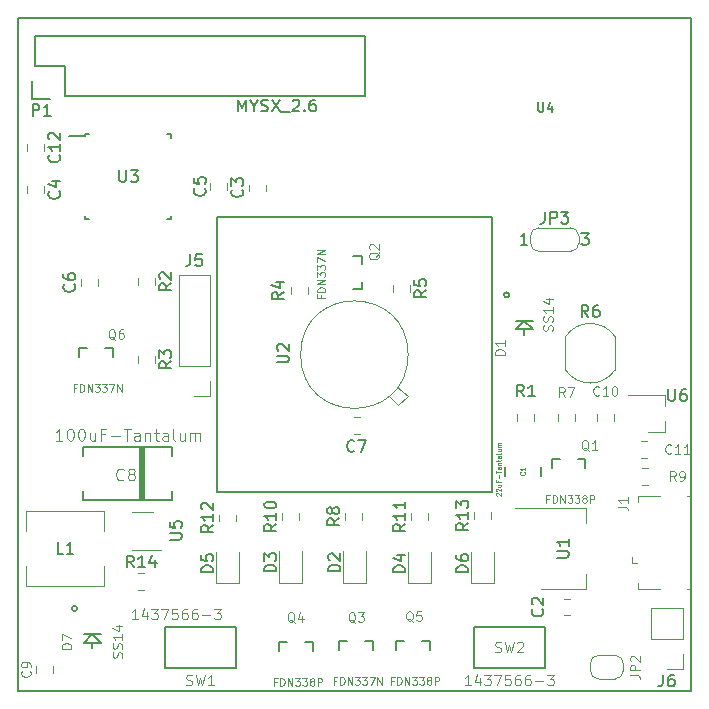
<source format=gbr>
%TF.GenerationSoftware,KiCad,Pcbnew,5.0.2-bee76a0~70~ubuntu18.04.1*%
%TF.CreationDate,2019-07-17T23:27:23+02:00*%
%TF.ProjectId,BT-Pcb-328P,42542d50-6362-42d3-9332-38502e6b6963,1.0*%
%TF.SameCoordinates,Original*%
%TF.FileFunction,Legend,Top*%
%TF.FilePolarity,Positive*%
%FSLAX46Y46*%
G04 Gerber Fmt 4.6, Leading zero omitted, Abs format (unit mm)*
G04 Created by KiCad (PCBNEW 5.0.2-bee76a0~70~ubuntu18.04.1) date mer 17 lug 2019 23:27:23 CEST*
%MOMM*%
%LPD*%
G01*
G04 APERTURE LIST*
%ADD10C,0.200000*%
%ADD11C,0.150000*%
%ADD12C,0.120000*%
%ADD13C,0.203200*%
%ADD14C,0.127000*%
%ADD15C,0.100000*%
%ADD16C,0.050000*%
%ADD17C,0.160000*%
G04 APERTURE END LIST*
D10*
X167190000Y-98170000D02*
X167190000Y-121470000D01*
X143890000Y-121470000D02*
X143890000Y-98170000D01*
X143890000Y-121470000D02*
X167190000Y-121470000D01*
X143890000Y-98170000D02*
X167190000Y-98170000D01*
D11*
X184040000Y-138320000D02*
X184040000Y-81320000D01*
X127040000Y-138320000D02*
X127040000Y-81320000D01*
X127040000Y-138320000D02*
X184040000Y-138320000D01*
X127040000Y-81320000D02*
X184040000Y-81320000D01*
D12*
X173301922Y-130481000D02*
X173819078Y-130481000D01*
X173301922Y-131901000D02*
X173819078Y-131901000D01*
D11*
X131064000Y-87884000D02*
X156464000Y-87884000D01*
X156464000Y-87884000D02*
X156464000Y-82804000D01*
X156464000Y-82804000D02*
X128524000Y-82804000D01*
X128524000Y-82804000D02*
X128524000Y-85344000D01*
X128244000Y-86614000D02*
X128244000Y-88164000D01*
X128524000Y-85344000D02*
X131064000Y-85344000D01*
X131064000Y-85344000D02*
X131064000Y-87884000D01*
X128244000Y-88164000D02*
X129794000Y-88164000D01*
D13*
X132247600Y-110050400D02*
X132247600Y-109237600D01*
X132247600Y-109237600D02*
X132906400Y-109237600D01*
X135092400Y-109237600D02*
X135092400Y-110050400D01*
X134433600Y-109237600D02*
X135092400Y-109237600D01*
D12*
X138632000Y-109977422D02*
X138632000Y-110494578D01*
X137212000Y-109977422D02*
X137212000Y-110494578D01*
X183321000Y-131258000D02*
X180661000Y-131258000D01*
X183321000Y-133858000D02*
X183321000Y-131258000D01*
X180661000Y-133858000D02*
X180661000Y-131258000D01*
X183321000Y-133858000D02*
X180661000Y-133858000D01*
X183321000Y-135128000D02*
X183321000Y-136458000D01*
X183321000Y-136458000D02*
X181991000Y-136458000D01*
X129234000Y-92021922D02*
X129234000Y-92539078D01*
X127814000Y-92021922D02*
X127814000Y-92539078D01*
D14*
X133350000Y-134212000D02*
X133350000Y-134685000D01*
X133350000Y-134212000D02*
X132650000Y-134212000D01*
X134050000Y-134212000D02*
X133350000Y-134212000D01*
X133350000Y-133512000D02*
X134050000Y-134212000D01*
X133350000Y-133512000D02*
X132650000Y-134212000D01*
X133350000Y-133512000D02*
X134050000Y-133512000D01*
X132650000Y-133512000D02*
X133350000Y-133512000D01*
X132073610Y-131312000D02*
G75*
G03X132073610Y-131312000I-223610J0D01*
G01*
X168649610Y-104760000D02*
G75*
G03X168649610Y-104760000I-223610J0D01*
G01*
X169226000Y-106960000D02*
X169926000Y-106960000D01*
X169926000Y-106960000D02*
X170626000Y-106960000D01*
X169926000Y-106960000D02*
X169226000Y-107660000D01*
X169926000Y-106960000D02*
X170626000Y-107660000D01*
X170626000Y-107660000D02*
X169926000Y-107660000D01*
X169926000Y-107660000D02*
X169226000Y-107660000D01*
X169926000Y-107660000D02*
X169926000Y-108133000D01*
X140096000Y-121388000D02*
X140096000Y-122138000D01*
X140096000Y-122138000D02*
X132596000Y-122138000D01*
X132596000Y-122138000D02*
X132596000Y-121388000D01*
X140096000Y-118388000D02*
X140096000Y-117638000D01*
X140096000Y-117638000D02*
X132596000Y-117638000D01*
X132596000Y-117638000D02*
X132596000Y-118388000D01*
D11*
G36*
X137848490Y-122138000D02*
X137346000Y-122138000D01*
X137346000Y-117634260D01*
X137848490Y-117634260D01*
X137848490Y-122138000D01*
G37*
D14*
X145494000Y-132870000D02*
X139494000Y-132870000D01*
X145494000Y-136370000D02*
X145494000Y-132870000D01*
X139494000Y-136370000D02*
X145494000Y-136370000D01*
X139494000Y-132870000D02*
X139494000Y-136370000D01*
X171656000Y-136370000D02*
X171656000Y-132870000D01*
X171656000Y-132870000D02*
X165656000Y-132870000D01*
X165656000Y-132870000D02*
X165656000Y-136370000D01*
X165656000Y-136370000D02*
X171656000Y-136370000D01*
X171299000Y-119338000D02*
X171299000Y-120078000D01*
X168299000Y-119338000D02*
X168299000Y-120078000D01*
D12*
X180344578Y-117146000D02*
X179827422Y-117146000D01*
X180344578Y-118566000D02*
X179827422Y-118566000D01*
X128576000Y-136735078D02*
X128576000Y-136217922D01*
X129996000Y-136735078D02*
X129996000Y-136217922D01*
X155521922Y-116534000D02*
X156039078Y-116534000D01*
X155521922Y-115114000D02*
X156039078Y-115114000D01*
X132386000Y-103969078D02*
X132386000Y-103451922D01*
X133806000Y-103969078D02*
X133806000Y-103451922D01*
X143308000Y-95323922D02*
X143308000Y-95841078D01*
X144728000Y-95323922D02*
X144728000Y-95841078D01*
X129234000Y-95577922D02*
X129234000Y-96095078D01*
X127814000Y-95577922D02*
X127814000Y-96095078D01*
X148030000Y-95938078D02*
X148030000Y-95420922D01*
X146610000Y-95938078D02*
X146610000Y-95420922D01*
X176074000Y-115399078D02*
X176074000Y-114881922D01*
X177494000Y-115399078D02*
X177494000Y-114881922D01*
X143316000Y-103064000D02*
X140656000Y-103064000D01*
X143316000Y-110744000D02*
X143316000Y-103064000D01*
X140656000Y-110744000D02*
X140656000Y-103064000D01*
X143316000Y-110744000D02*
X140656000Y-110744000D01*
X143316000Y-112014000D02*
X143316000Y-113344000D01*
X143316000Y-113344000D02*
X141986000Y-113344000D01*
X179593500Y-129630000D02*
X179593500Y-129180000D01*
X181443500Y-129630000D02*
X179593500Y-129630000D01*
X183993500Y-121830000D02*
X183743500Y-121830000D01*
X183993500Y-129630000D02*
X183743500Y-129630000D01*
X181443500Y-121830000D02*
X179593500Y-121830000D01*
X179593500Y-121830000D02*
X179593500Y-122280000D01*
X179043500Y-127430000D02*
X179043500Y-126980000D01*
X179043500Y-127430000D02*
X179493500Y-127430000D01*
D13*
X156465600Y-134043600D02*
X157124400Y-134043600D01*
X157124400Y-134043600D02*
X157124400Y-134856400D01*
X154279600Y-134043600D02*
X154938400Y-134043600D01*
X154279600Y-134856400D02*
X154279600Y-134043600D01*
X155387600Y-101447600D02*
X156200400Y-101447600D01*
X156200400Y-101447600D02*
X156200400Y-102106400D01*
X156200400Y-104292400D02*
X155387600Y-104292400D01*
X156200400Y-103633600D02*
X156200400Y-104292400D01*
X159105600Y-134856400D02*
X159105600Y-134043600D01*
X159105600Y-134043600D02*
X159764400Y-134043600D01*
X161950400Y-134043600D02*
X161950400Y-134856400D01*
X161291600Y-134043600D02*
X161950400Y-134043600D01*
X151385600Y-134129600D02*
X152044400Y-134129600D01*
X152044400Y-134129600D02*
X152044400Y-134942400D01*
X149199600Y-134129600D02*
X149858400Y-134129600D01*
X149199600Y-134942400D02*
X149199600Y-134129600D01*
X172252600Y-119448400D02*
X172252600Y-118635600D01*
X172252600Y-118635600D02*
X172911400Y-118635600D01*
X175097400Y-118635600D02*
X175097400Y-119448400D01*
X174438600Y-118635600D02*
X175097400Y-118635600D01*
D12*
X134364000Y-127738000D02*
X134364000Y-129438000D01*
X134364000Y-129438000D02*
X127764000Y-129438000D01*
X127764000Y-129438000D02*
X127764000Y-127738000D01*
X127764000Y-124738000D02*
X127764000Y-123038000D01*
X127764000Y-123038000D02*
X134364000Y-123038000D01*
X134364000Y-123038000D02*
X134364000Y-124738000D01*
X177611000Y-135271000D02*
G75*
G02X178311000Y-135971000I0J-700000D01*
G01*
X178311000Y-136571000D02*
G75*
G02X177611000Y-137271000I-700000J0D01*
G01*
X176211000Y-137271000D02*
G75*
G02X175511000Y-136571000I0J700000D01*
G01*
X175511000Y-135971000D02*
G75*
G02X176211000Y-135271000I700000J0D01*
G01*
X175511000Y-136571000D02*
X175511000Y-135971000D01*
X177611000Y-137271000D02*
X176211000Y-137271000D01*
X178311000Y-135971000D02*
X178311000Y-136571000D01*
X176211000Y-135271000D02*
X177611000Y-135271000D01*
X170446000Y-100376000D02*
X170446000Y-99776000D01*
X173896000Y-101076000D02*
X171096000Y-101076000D01*
X174546000Y-99776000D02*
X174546000Y-100376000D01*
X171096000Y-99076000D02*
X173896000Y-99076000D01*
X173846000Y-99076000D02*
G75*
G02X174546000Y-99776000I0J-700000D01*
G01*
X174546000Y-100376000D02*
G75*
G02X173846000Y-101076000I-700000J0D01*
G01*
X171146000Y-101076000D02*
G75*
G02X170446000Y-100376000I0J700000D01*
G01*
X170446000Y-99776000D02*
G75*
G02X171146000Y-99076000I700000J0D01*
G01*
X149154000Y-126429500D02*
X149154000Y-129114500D01*
X149154000Y-129114500D02*
X151074000Y-129114500D01*
X151074000Y-129114500D02*
X151074000Y-126429500D01*
X161996000Y-129193000D02*
X161996000Y-126508000D01*
X160076000Y-129193000D02*
X161996000Y-129193000D01*
X160076000Y-126508000D02*
X160076000Y-129193000D01*
X154580000Y-126429500D02*
X154580000Y-129114500D01*
X154580000Y-129114500D02*
X156500000Y-129114500D01*
X156500000Y-129114500D02*
X156500000Y-126429500D01*
X145740000Y-129193000D02*
X145740000Y-126508000D01*
X143820000Y-129193000D02*
X145740000Y-129193000D01*
X143820000Y-126508000D02*
X143820000Y-129193000D01*
X165410000Y-126508000D02*
X165410000Y-129193000D01*
X165410000Y-129193000D02*
X167330000Y-129193000D01*
X167330000Y-129193000D02*
X167330000Y-126508000D01*
X173414000Y-108304000D02*
X173414000Y-111104000D01*
X177614000Y-108304000D02*
X177614000Y-111104000D01*
X173404758Y-111090037D02*
G75*
G03X177614000Y-111104000I2109242J1386037D01*
G01*
X177623242Y-108317963D02*
G75*
G03X173414000Y-108304000I-2109242J-1386037D01*
G01*
D11*
X132773000Y-91117000D02*
X132773000Y-91342000D01*
X140023000Y-91117000D02*
X140023000Y-91442000D01*
X140023000Y-98367000D02*
X140023000Y-98042000D01*
X132773000Y-98367000D02*
X132773000Y-98042000D01*
X132773000Y-91117000D02*
X133098000Y-91117000D01*
X132773000Y-98367000D02*
X133098000Y-98367000D01*
X140023000Y-98367000D02*
X139698000Y-98367000D01*
X140023000Y-91117000D02*
X139698000Y-91117000D01*
X132773000Y-91342000D02*
X131348000Y-91342000D01*
D12*
X175138000Y-129648000D02*
X175138000Y-128388000D01*
X175138000Y-122828000D02*
X175138000Y-124088000D01*
X171378000Y-129648000D02*
X175138000Y-129648000D01*
X169128000Y-122828000D02*
X175138000Y-122828000D01*
X138484000Y-123104000D02*
X136684000Y-123104000D01*
X136684000Y-126324000D02*
X139134000Y-126324000D01*
X181862000Y-116388000D02*
X181862000Y-115458000D01*
X181862000Y-113228000D02*
X181862000Y-114158000D01*
X181862000Y-113228000D02*
X178702000Y-113228000D01*
X181862000Y-116388000D02*
X180402000Y-116388000D01*
X160326000Y-123781078D02*
X160326000Y-123263922D01*
X161746000Y-123781078D02*
X161746000Y-123263922D01*
X150166000Y-104135422D02*
X150166000Y-104652578D01*
X151586000Y-104135422D02*
X151586000Y-104652578D01*
X137212000Y-103373422D02*
X137212000Y-103890578D01*
X138632000Y-103373422D02*
X138632000Y-103890578D01*
X170763000Y-114881922D02*
X170763000Y-115399078D01*
X169343000Y-114881922D02*
X169343000Y-115399078D01*
X158802000Y-103959922D02*
X158802000Y-104477078D01*
X160222000Y-103959922D02*
X160222000Y-104477078D01*
X174192000Y-114881922D02*
X174192000Y-115399078D01*
X172772000Y-114881922D02*
X172772000Y-115399078D01*
X156158000Y-123781078D02*
X156158000Y-123263922D01*
X154738000Y-123781078D02*
X154738000Y-123263922D01*
X149404000Y-123781078D02*
X149404000Y-123263922D01*
X150824000Y-123781078D02*
X150824000Y-123263922D01*
X145490000Y-123878078D02*
X145490000Y-123360922D01*
X144070000Y-123878078D02*
X144070000Y-123360922D01*
X137233922Y-128322000D02*
X137751078Y-128322000D01*
X137233922Y-129742000D02*
X137751078Y-129742000D01*
X167080000Y-123702578D02*
X167080000Y-123185422D01*
X165660000Y-123702578D02*
X165660000Y-123185422D01*
X180423078Y-120852000D02*
X179905922Y-120852000D01*
X180423078Y-119432000D02*
X179905922Y-119432000D01*
D15*
X159140000Y-112520000D02*
X160040000Y-113320000D01*
X160040000Y-113320000D02*
X159240000Y-114120000D01*
X159240000Y-114120000D02*
X158440000Y-113320000D01*
X160091099Y-109820000D02*
G75*
G03X160091099Y-109820000I-4551099J0D01*
G01*
D11*
X171456142Y-131357666D02*
X171503761Y-131405285D01*
X171551380Y-131548142D01*
X171551380Y-131643380D01*
X171503761Y-131786238D01*
X171408523Y-131881476D01*
X171313285Y-131929095D01*
X171122809Y-131976714D01*
X170979952Y-131976714D01*
X170789476Y-131929095D01*
X170694238Y-131881476D01*
X170599000Y-131786238D01*
X170551380Y-131643380D01*
X170551380Y-131548142D01*
X170599000Y-131405285D01*
X170646619Y-131357666D01*
X170646619Y-130976714D02*
X170599000Y-130929095D01*
X170551380Y-130833857D01*
X170551380Y-130595761D01*
X170599000Y-130500523D01*
X170646619Y-130452904D01*
X170741857Y-130405285D01*
X170837095Y-130405285D01*
X170979952Y-130452904D01*
X171551380Y-131024333D01*
X171551380Y-130405285D01*
X128293904Y-89606380D02*
X128293904Y-88606380D01*
X128674857Y-88606380D01*
X128770095Y-88654000D01*
X128817714Y-88701619D01*
X128865333Y-88796857D01*
X128865333Y-88939714D01*
X128817714Y-89034952D01*
X128770095Y-89082571D01*
X128674857Y-89130190D01*
X128293904Y-89130190D01*
X129817714Y-89606380D02*
X129246285Y-89606380D01*
X129532000Y-89606380D02*
X129532000Y-88606380D01*
X129436761Y-88749238D01*
X129341523Y-88844476D01*
X129246285Y-88892095D01*
X145685285Y-89225380D02*
X145685285Y-88225380D01*
X146018619Y-88939666D01*
X146351952Y-88225380D01*
X146351952Y-89225380D01*
X147018619Y-88749190D02*
X147018619Y-89225380D01*
X146685285Y-88225380D02*
X147018619Y-88749190D01*
X147351952Y-88225380D01*
X147637666Y-89177761D02*
X147780523Y-89225380D01*
X148018619Y-89225380D01*
X148113857Y-89177761D01*
X148161476Y-89130142D01*
X148209095Y-89034904D01*
X148209095Y-88939666D01*
X148161476Y-88844428D01*
X148113857Y-88796809D01*
X148018619Y-88749190D01*
X147828142Y-88701571D01*
X147732904Y-88653952D01*
X147685285Y-88606333D01*
X147637666Y-88511095D01*
X147637666Y-88415857D01*
X147685285Y-88320619D01*
X147732904Y-88273000D01*
X147828142Y-88225380D01*
X148066238Y-88225380D01*
X148209095Y-88273000D01*
X148542428Y-88225380D02*
X149209095Y-89225380D01*
X149209095Y-88225380D02*
X148542428Y-89225380D01*
X149351952Y-89320619D02*
X150113857Y-89320619D01*
X150304333Y-88320619D02*
X150351952Y-88273000D01*
X150447190Y-88225380D01*
X150685285Y-88225380D01*
X150780523Y-88273000D01*
X150828142Y-88320619D01*
X150875761Y-88415857D01*
X150875761Y-88511095D01*
X150828142Y-88653952D01*
X150256714Y-89225380D01*
X150875761Y-89225380D01*
X151304333Y-89130142D02*
X151351952Y-89177761D01*
X151304333Y-89225380D01*
X151256714Y-89177761D01*
X151304333Y-89130142D01*
X151304333Y-89225380D01*
X152209095Y-88225380D02*
X152018619Y-88225380D01*
X151923380Y-88273000D01*
X151875761Y-88320619D01*
X151780523Y-88463476D01*
X151732904Y-88653952D01*
X151732904Y-89034904D01*
X151780523Y-89130142D01*
X151828142Y-89177761D01*
X151923380Y-89225380D01*
X152113857Y-89225380D01*
X152209095Y-89177761D01*
X152256714Y-89130142D01*
X152304333Y-89034904D01*
X152304333Y-88796809D01*
X152256714Y-88701571D01*
X152209095Y-88653952D01*
X152113857Y-88606333D01*
X151923380Y-88606333D01*
X151828142Y-88653952D01*
X151780523Y-88701571D01*
X151732904Y-88796809D01*
D16*
X135305780Y-108557583D02*
X135229560Y-108519473D01*
X135153340Y-108443253D01*
X135039011Y-108328924D01*
X134962791Y-108290814D01*
X134886571Y-108290814D01*
X134924681Y-108481363D02*
X134848462Y-108443253D01*
X134772242Y-108367034D01*
X134734132Y-108214594D01*
X134734132Y-107947825D01*
X134772242Y-107795386D01*
X134848462Y-107719166D01*
X134924681Y-107681056D01*
X135077121Y-107681056D01*
X135153340Y-107719166D01*
X135229560Y-107795386D01*
X135267670Y-107947825D01*
X135267670Y-108214594D01*
X135229560Y-108367034D01*
X135153340Y-108443253D01*
X135077121Y-108481363D01*
X134924681Y-108481363D01*
X135953647Y-107681056D02*
X135801208Y-107681056D01*
X135724988Y-107719166D01*
X135686878Y-107757276D01*
X135610659Y-107871605D01*
X135572549Y-108024045D01*
X135572549Y-108328924D01*
X135610659Y-108405143D01*
X135648769Y-108443253D01*
X135724988Y-108481363D01*
X135877428Y-108481363D01*
X135953647Y-108443253D01*
X135991757Y-108405143D01*
X136029867Y-108328924D01*
X136029867Y-108138374D01*
X135991757Y-108062155D01*
X135953647Y-108024045D01*
X135877428Y-107985935D01*
X135724988Y-107985935D01*
X135648769Y-108024045D01*
X135610659Y-108062155D01*
X135572549Y-108138374D01*
X131981232Y-112624819D02*
X131767591Y-112624819D01*
X131767591Y-112960542D02*
X131767591Y-112319617D01*
X132072793Y-112319617D01*
X132316955Y-112960542D02*
X132316955Y-112319617D01*
X132469556Y-112319617D01*
X132561117Y-112350137D01*
X132622157Y-112411177D01*
X132652678Y-112472218D01*
X132683198Y-112594299D01*
X132683198Y-112685860D01*
X132652678Y-112807941D01*
X132622157Y-112868981D01*
X132561117Y-112930022D01*
X132469556Y-112960542D01*
X132316955Y-112960542D01*
X132957880Y-112960542D02*
X132957880Y-112319617D01*
X133324123Y-112960542D01*
X133324123Y-112319617D01*
X133568285Y-112319617D02*
X133965048Y-112319617D01*
X133751406Y-112563779D01*
X133842967Y-112563779D01*
X133904007Y-112594299D01*
X133934528Y-112624819D01*
X133965048Y-112685860D01*
X133965048Y-112838461D01*
X133934528Y-112899501D01*
X133904007Y-112930022D01*
X133842967Y-112960542D01*
X133659845Y-112960542D01*
X133598805Y-112930022D01*
X133568285Y-112899501D01*
X134178689Y-112319617D02*
X134575453Y-112319617D01*
X134361811Y-112563779D01*
X134453372Y-112563779D01*
X134514412Y-112594299D01*
X134544932Y-112624819D01*
X134575453Y-112685860D01*
X134575453Y-112838461D01*
X134544932Y-112899501D01*
X134514412Y-112930022D01*
X134453372Y-112960542D01*
X134270250Y-112960542D01*
X134209210Y-112930022D01*
X134178689Y-112899501D01*
X134789094Y-112319617D02*
X135216378Y-112319617D01*
X134941695Y-112960542D01*
X135460539Y-112960542D02*
X135460539Y-112319617D01*
X135826782Y-112960542D01*
X135826782Y-112319617D01*
D11*
X140024380Y-110402666D02*
X139548190Y-110736000D01*
X140024380Y-110974095D02*
X139024380Y-110974095D01*
X139024380Y-110593142D01*
X139072000Y-110497904D01*
X139119619Y-110450285D01*
X139214857Y-110402666D01*
X139357714Y-110402666D01*
X139452952Y-110450285D01*
X139500571Y-110497904D01*
X139548190Y-110593142D01*
X139548190Y-110974095D01*
X139024380Y-110069333D02*
X139024380Y-109450285D01*
X139405333Y-109783619D01*
X139405333Y-109640761D01*
X139452952Y-109545523D01*
X139500571Y-109497904D01*
X139595809Y-109450285D01*
X139833904Y-109450285D01*
X139929142Y-109497904D01*
X139976761Y-109545523D01*
X140024380Y-109640761D01*
X140024380Y-109926476D01*
X139976761Y-110021714D01*
X139929142Y-110069333D01*
X181657666Y-136910380D02*
X181657666Y-137624666D01*
X181610047Y-137767523D01*
X181514809Y-137862761D01*
X181371952Y-137910380D01*
X181276714Y-137910380D01*
X182562428Y-136910380D02*
X182371952Y-136910380D01*
X182276714Y-136958000D01*
X182229095Y-137005619D01*
X182133857Y-137148476D01*
X182086238Y-137338952D01*
X182086238Y-137719904D01*
X182133857Y-137815142D01*
X182181476Y-137862761D01*
X182276714Y-137910380D01*
X182467190Y-137910380D01*
X182562428Y-137862761D01*
X182610047Y-137815142D01*
X182657666Y-137719904D01*
X182657666Y-137481809D01*
X182610047Y-137386571D01*
X182562428Y-137338952D01*
X182467190Y-137291333D01*
X182276714Y-137291333D01*
X182181476Y-137338952D01*
X182133857Y-137386571D01*
X182086238Y-137481809D01*
X130531142Y-92923357D02*
X130578761Y-92970976D01*
X130626380Y-93113833D01*
X130626380Y-93209071D01*
X130578761Y-93351928D01*
X130483523Y-93447166D01*
X130388285Y-93494785D01*
X130197809Y-93542404D01*
X130054952Y-93542404D01*
X129864476Y-93494785D01*
X129769238Y-93447166D01*
X129674000Y-93351928D01*
X129626380Y-93209071D01*
X129626380Y-93113833D01*
X129674000Y-92970976D01*
X129721619Y-92923357D01*
X130626380Y-91970976D02*
X130626380Y-92542404D01*
X130626380Y-92256690D02*
X129626380Y-92256690D01*
X129769238Y-92351928D01*
X129864476Y-92447166D01*
X129912095Y-92542404D01*
X129721619Y-91590023D02*
X129674000Y-91542404D01*
X129626380Y-91447166D01*
X129626380Y-91209071D01*
X129674000Y-91113833D01*
X129721619Y-91066214D01*
X129816857Y-91018595D01*
X129912095Y-91018595D01*
X130054952Y-91066214D01*
X130626380Y-91637642D01*
X130626380Y-91018595D01*
D12*
X131551704Y-134702476D02*
X130751704Y-134702476D01*
X130751704Y-134512000D01*
X130789800Y-134397714D01*
X130865990Y-134321523D01*
X130942180Y-134283428D01*
X131094561Y-134245333D01*
X131208847Y-134245333D01*
X131361228Y-134283428D01*
X131437419Y-134321523D01*
X131513609Y-134397714D01*
X131551704Y-134512000D01*
X131551704Y-134702476D01*
X130751704Y-133978666D02*
X130751704Y-133445333D01*
X131551704Y-133788190D01*
X135832949Y-135483428D02*
X135871044Y-135369142D01*
X135871044Y-135178666D01*
X135832949Y-135102476D01*
X135794854Y-135064380D01*
X135718663Y-135026285D01*
X135642473Y-135026285D01*
X135566282Y-135064380D01*
X135528187Y-135102476D01*
X135490092Y-135178666D01*
X135451997Y-135331047D01*
X135413901Y-135407238D01*
X135375806Y-135445333D01*
X135299616Y-135483428D01*
X135223425Y-135483428D01*
X135147235Y-135445333D01*
X135109140Y-135407238D01*
X135071044Y-135331047D01*
X135071044Y-135140571D01*
X135109140Y-135026285D01*
X135832949Y-134721523D02*
X135871044Y-134607238D01*
X135871044Y-134416761D01*
X135832949Y-134340571D01*
X135794854Y-134302476D01*
X135718663Y-134264380D01*
X135642473Y-134264380D01*
X135566282Y-134302476D01*
X135528187Y-134340571D01*
X135490092Y-134416761D01*
X135451997Y-134569142D01*
X135413901Y-134645333D01*
X135375806Y-134683428D01*
X135299616Y-134721523D01*
X135223425Y-134721523D01*
X135147235Y-134683428D01*
X135109140Y-134645333D01*
X135071044Y-134569142D01*
X135071044Y-134378666D01*
X135109140Y-134264380D01*
X135871044Y-133502476D02*
X135871044Y-133959619D01*
X135871044Y-133731047D02*
X135071044Y-133731047D01*
X135185330Y-133807238D01*
X135261520Y-133883428D01*
X135299616Y-133959619D01*
X135337711Y-132816761D02*
X135871044Y-132816761D01*
X135032949Y-133007238D02*
X135604378Y-133197714D01*
X135604378Y-132702476D01*
X168255904Y-109810476D02*
X167455904Y-109810476D01*
X167455904Y-109620000D01*
X167494000Y-109505714D01*
X167570190Y-109429523D01*
X167646380Y-109391428D01*
X167798761Y-109353333D01*
X167913047Y-109353333D01*
X168065428Y-109391428D01*
X168141619Y-109429523D01*
X168217809Y-109505714D01*
X168255904Y-109620000D01*
X168255904Y-109810476D01*
X168255904Y-108591428D02*
X168255904Y-109048571D01*
X168255904Y-108820000D02*
X167455904Y-108820000D01*
X167570190Y-108896190D01*
X167646380Y-108972380D01*
X167684476Y-109048571D01*
X172281809Y-107797428D02*
X172319904Y-107683142D01*
X172319904Y-107492666D01*
X172281809Y-107416476D01*
X172243714Y-107378380D01*
X172167523Y-107340285D01*
X172091333Y-107340285D01*
X172015142Y-107378380D01*
X171977047Y-107416476D01*
X171938952Y-107492666D01*
X171900857Y-107645047D01*
X171862761Y-107721238D01*
X171824666Y-107759333D01*
X171748476Y-107797428D01*
X171672285Y-107797428D01*
X171596095Y-107759333D01*
X171558000Y-107721238D01*
X171519904Y-107645047D01*
X171519904Y-107454571D01*
X171558000Y-107340285D01*
X172281809Y-107035523D02*
X172319904Y-106921238D01*
X172319904Y-106730761D01*
X172281809Y-106654571D01*
X172243714Y-106616476D01*
X172167523Y-106578380D01*
X172091333Y-106578380D01*
X172015142Y-106616476D01*
X171977047Y-106654571D01*
X171938952Y-106730761D01*
X171900857Y-106883142D01*
X171862761Y-106959333D01*
X171824666Y-106997428D01*
X171748476Y-107035523D01*
X171672285Y-107035523D01*
X171596095Y-106997428D01*
X171558000Y-106959333D01*
X171519904Y-106883142D01*
X171519904Y-106692666D01*
X171558000Y-106578380D01*
X172319904Y-105816476D02*
X172319904Y-106273619D01*
X172319904Y-106045047D02*
X171519904Y-106045047D01*
X171634190Y-106121238D01*
X171710380Y-106197428D01*
X171748476Y-106273619D01*
X171786571Y-105130761D02*
X172319904Y-105130761D01*
X171481809Y-105321238D02*
X172053238Y-105511714D01*
X172053238Y-105016476D01*
D16*
X136000243Y-120372335D02*
X135952598Y-120419980D01*
X135809664Y-120467625D01*
X135714374Y-120467625D01*
X135571440Y-120419980D01*
X135476150Y-120324690D01*
X135428506Y-120229401D01*
X135380861Y-120038822D01*
X135380861Y-119895888D01*
X135428506Y-119705309D01*
X135476150Y-119610019D01*
X135571440Y-119514730D01*
X135714374Y-119467085D01*
X135809664Y-119467085D01*
X135952598Y-119514730D01*
X136000243Y-119562374D01*
X136571980Y-119895888D02*
X136476690Y-119848243D01*
X136429046Y-119800598D01*
X136381401Y-119705309D01*
X136381401Y-119657664D01*
X136429046Y-119562374D01*
X136476690Y-119514730D01*
X136571980Y-119467085D01*
X136762559Y-119467085D01*
X136857849Y-119514730D01*
X136905493Y-119562374D01*
X136953138Y-119657664D01*
X136953138Y-119705309D01*
X136905493Y-119800598D01*
X136857849Y-119848243D01*
X136762559Y-119895888D01*
X136571980Y-119895888D01*
X136476690Y-119943532D01*
X136429046Y-119991177D01*
X136381401Y-120086467D01*
X136381401Y-120277046D01*
X136429046Y-120372335D01*
X136476690Y-120419980D01*
X136571980Y-120467625D01*
X136762559Y-120467625D01*
X136857849Y-120419980D01*
X136905493Y-120372335D01*
X136953138Y-120277046D01*
X136953138Y-120086467D01*
X136905493Y-119991177D01*
X136857849Y-119943532D01*
X136762559Y-119895888D01*
X130821612Y-117095913D02*
X130249675Y-117095913D01*
X130535644Y-117095913D02*
X130535644Y-116095023D01*
X130440321Y-116238007D01*
X130344998Y-116333330D01*
X130249675Y-116380992D01*
X131441211Y-116095023D02*
X131536534Y-116095023D01*
X131631857Y-116142685D01*
X131679518Y-116190346D01*
X131727180Y-116285669D01*
X131774841Y-116476315D01*
X131774841Y-116714622D01*
X131727180Y-116905267D01*
X131679518Y-117000590D01*
X131631857Y-117048252D01*
X131536534Y-117095913D01*
X131441211Y-117095913D01*
X131345888Y-117048252D01*
X131298227Y-117000590D01*
X131250565Y-116905267D01*
X131202904Y-116714622D01*
X131202904Y-116476315D01*
X131250565Y-116285669D01*
X131298227Y-116190346D01*
X131345888Y-116142685D01*
X131441211Y-116095023D01*
X132394440Y-116095023D02*
X132489762Y-116095023D01*
X132585085Y-116142685D01*
X132632747Y-116190346D01*
X132680408Y-116285669D01*
X132728070Y-116476315D01*
X132728070Y-116714622D01*
X132680408Y-116905267D01*
X132632747Y-117000590D01*
X132585085Y-117048252D01*
X132489762Y-117095913D01*
X132394440Y-117095913D01*
X132299117Y-117048252D01*
X132251455Y-117000590D01*
X132203794Y-116905267D01*
X132156132Y-116714622D01*
X132156132Y-116476315D01*
X132203794Y-116285669D01*
X132251455Y-116190346D01*
X132299117Y-116142685D01*
X132394440Y-116095023D01*
X133585975Y-116428653D02*
X133585975Y-117095913D01*
X133157022Y-116428653D02*
X133157022Y-116952929D01*
X133204684Y-117048252D01*
X133300007Y-117095913D01*
X133442991Y-117095913D01*
X133538314Y-117048252D01*
X133585975Y-117000590D01*
X134396220Y-116571637D02*
X134062590Y-116571637D01*
X134062590Y-117095913D02*
X134062590Y-116095023D01*
X134539204Y-116095023D01*
X134920495Y-116714622D02*
X135683078Y-116714622D01*
X136016708Y-116095023D02*
X136588645Y-116095023D01*
X136302677Y-117095913D02*
X136302677Y-116095023D01*
X137351228Y-117095913D02*
X137351228Y-116571637D01*
X137303567Y-116476315D01*
X137208244Y-116428653D01*
X137017598Y-116428653D01*
X136922275Y-116476315D01*
X137351228Y-117048252D02*
X137255905Y-117095913D01*
X137017598Y-117095913D01*
X136922275Y-117048252D01*
X136874614Y-116952929D01*
X136874614Y-116857606D01*
X136922275Y-116762283D01*
X137017598Y-116714622D01*
X137255905Y-116714622D01*
X137351228Y-116666960D01*
X137827842Y-116428653D02*
X137827842Y-117095913D01*
X137827842Y-116523976D02*
X137875504Y-116476315D01*
X137970827Y-116428653D01*
X138113811Y-116428653D01*
X138209134Y-116476315D01*
X138256795Y-116571637D01*
X138256795Y-117095913D01*
X138590425Y-116428653D02*
X138971717Y-116428653D01*
X138733410Y-116095023D02*
X138733410Y-116952929D01*
X138781071Y-117048252D01*
X138876394Y-117095913D01*
X138971717Y-117095913D01*
X139734300Y-117095913D02*
X139734300Y-116571637D01*
X139686638Y-116476315D01*
X139591315Y-116428653D01*
X139400670Y-116428653D01*
X139305347Y-116476315D01*
X139734300Y-117048252D02*
X139638977Y-117095913D01*
X139400670Y-117095913D01*
X139305347Y-117048252D01*
X139257685Y-116952929D01*
X139257685Y-116857606D01*
X139305347Y-116762283D01*
X139400670Y-116714622D01*
X139638977Y-116714622D01*
X139734300Y-116666960D01*
X140353898Y-117095913D02*
X140258575Y-117048252D01*
X140210914Y-116952929D01*
X140210914Y-116095023D01*
X141164142Y-116428653D02*
X141164142Y-117095913D01*
X140735190Y-116428653D02*
X140735190Y-116952929D01*
X140782851Y-117048252D01*
X140878174Y-117095913D01*
X141021158Y-117095913D01*
X141116481Y-117048252D01*
X141164142Y-117000590D01*
X141640757Y-117095913D02*
X141640757Y-116428653D01*
X141640757Y-116523976D02*
X141688418Y-116476315D01*
X141783741Y-116428653D01*
X141926725Y-116428653D01*
X142022048Y-116476315D01*
X142069710Y-116571637D01*
X142069710Y-117095913D01*
X142069710Y-116571637D02*
X142117371Y-116476315D01*
X142212694Y-116428653D01*
X142355678Y-116428653D01*
X142451001Y-116476315D01*
X142498662Y-116571637D01*
X142498662Y-117095913D01*
X141309433Y-137773600D02*
X141436351Y-137815906D01*
X141647880Y-137815906D01*
X141732492Y-137773600D01*
X141774798Y-137731294D01*
X141817104Y-137646682D01*
X141817104Y-137562070D01*
X141774798Y-137477458D01*
X141732492Y-137435152D01*
X141647880Y-137392847D01*
X141478657Y-137350541D01*
X141394045Y-137308235D01*
X141351739Y-137265929D01*
X141309433Y-137181317D01*
X141309433Y-137096705D01*
X141351739Y-137012093D01*
X141394045Y-136969787D01*
X141478657Y-136927481D01*
X141690186Y-136927481D01*
X141817104Y-136969787D01*
X142113246Y-136927481D02*
X142324776Y-137815906D01*
X142494000Y-137181317D01*
X142663223Y-137815906D01*
X142874753Y-136927481D01*
X143678566Y-137815906D02*
X143170895Y-137815906D01*
X143424730Y-137815906D02*
X143424730Y-136927481D01*
X143340119Y-137054399D01*
X143255507Y-137139011D01*
X143170895Y-137181317D01*
X137207499Y-132227529D02*
X136700304Y-132227529D01*
X136953902Y-132227529D02*
X136953902Y-131339938D01*
X136869369Y-131466736D01*
X136784837Y-131551269D01*
X136700304Y-131593535D01*
X137968291Y-131635801D02*
X137968291Y-132227529D01*
X137756960Y-131297672D02*
X137545629Y-131931665D01*
X138095090Y-131931665D01*
X138348688Y-131339938D02*
X138898149Y-131339938D01*
X138602285Y-131678068D01*
X138729084Y-131678068D01*
X138813616Y-131720334D01*
X138855882Y-131762600D01*
X138898149Y-131847133D01*
X138898149Y-132058464D01*
X138855882Y-132142996D01*
X138813616Y-132185263D01*
X138729084Y-132227529D01*
X138475486Y-132227529D01*
X138390954Y-132185263D01*
X138348688Y-132142996D01*
X139194012Y-131339938D02*
X139785740Y-131339938D01*
X139405344Y-132227529D01*
X140546532Y-131339938D02*
X140123870Y-131339938D01*
X140081603Y-131762600D01*
X140123870Y-131720334D01*
X140208402Y-131678068D01*
X140419733Y-131678068D01*
X140504266Y-131720334D01*
X140546532Y-131762600D01*
X140588798Y-131847133D01*
X140588798Y-132058464D01*
X140546532Y-132142996D01*
X140504266Y-132185263D01*
X140419733Y-132227529D01*
X140208402Y-132227529D01*
X140123870Y-132185263D01*
X140081603Y-132142996D01*
X141349591Y-131339938D02*
X141180526Y-131339938D01*
X141095993Y-131382204D01*
X141053727Y-131424470D01*
X140969194Y-131551269D01*
X140926928Y-131720334D01*
X140926928Y-132058464D01*
X140969194Y-132142996D01*
X141011461Y-132185263D01*
X141095993Y-132227529D01*
X141265058Y-132227529D01*
X141349591Y-132185263D01*
X141391857Y-132142996D01*
X141434123Y-132058464D01*
X141434123Y-131847133D01*
X141391857Y-131762600D01*
X141349591Y-131720334D01*
X141265058Y-131678068D01*
X141095993Y-131678068D01*
X141011461Y-131720334D01*
X140969194Y-131762600D01*
X140926928Y-131847133D01*
X142194915Y-131339938D02*
X142025850Y-131339938D01*
X141941318Y-131382204D01*
X141899052Y-131424470D01*
X141814519Y-131551269D01*
X141772253Y-131720334D01*
X141772253Y-132058464D01*
X141814519Y-132142996D01*
X141856785Y-132185263D01*
X141941318Y-132227529D01*
X142110383Y-132227529D01*
X142194915Y-132185263D01*
X142237182Y-132142996D01*
X142279448Y-132058464D01*
X142279448Y-131847133D01*
X142237182Y-131762600D01*
X142194915Y-131720334D01*
X142110383Y-131678068D01*
X141941318Y-131678068D01*
X141856785Y-131720334D01*
X141814519Y-131762600D01*
X141772253Y-131847133D01*
X142659844Y-131889399D02*
X143336104Y-131889399D01*
X143674234Y-131339938D02*
X144223695Y-131339938D01*
X143927831Y-131678068D01*
X144054630Y-131678068D01*
X144139162Y-131720334D01*
X144181428Y-131762600D01*
X144223695Y-131847133D01*
X144223695Y-132058464D01*
X144181428Y-132142996D01*
X144139162Y-132185263D01*
X144054630Y-132227529D01*
X143801032Y-132227529D01*
X143716500Y-132185263D01*
X143674234Y-132142996D01*
X167471433Y-134979600D02*
X167598351Y-135021906D01*
X167809880Y-135021906D01*
X167894492Y-134979600D01*
X167936798Y-134937294D01*
X167979104Y-134852682D01*
X167979104Y-134768070D01*
X167936798Y-134683458D01*
X167894492Y-134641152D01*
X167809880Y-134598847D01*
X167640657Y-134556541D01*
X167556045Y-134514235D01*
X167513739Y-134471929D01*
X167471433Y-134387317D01*
X167471433Y-134302705D01*
X167513739Y-134218093D01*
X167556045Y-134175787D01*
X167640657Y-134133481D01*
X167852186Y-134133481D01*
X167979104Y-134175787D01*
X168275246Y-134133481D02*
X168486776Y-135021906D01*
X168656000Y-134387317D01*
X168825223Y-135021906D01*
X169036753Y-134133481D01*
X169332895Y-134218093D02*
X169375201Y-134175787D01*
X169459813Y-134133481D01*
X169671342Y-134133481D01*
X169755954Y-134175787D01*
X169798260Y-134218093D01*
X169840566Y-134302705D01*
X169840566Y-134387317D01*
X169798260Y-134514235D01*
X169290589Y-135021906D01*
X169840566Y-135021906D01*
X165401499Y-137815529D02*
X164894304Y-137815529D01*
X165147902Y-137815529D02*
X165147902Y-136927938D01*
X165063369Y-137054736D01*
X164978837Y-137139269D01*
X164894304Y-137181535D01*
X166162291Y-137223801D02*
X166162291Y-137815529D01*
X165950960Y-136885672D02*
X165739629Y-137519665D01*
X166289090Y-137519665D01*
X166542688Y-136927938D02*
X167092149Y-136927938D01*
X166796285Y-137266068D01*
X166923084Y-137266068D01*
X167007616Y-137308334D01*
X167049882Y-137350600D01*
X167092149Y-137435133D01*
X167092149Y-137646464D01*
X167049882Y-137730996D01*
X167007616Y-137773263D01*
X166923084Y-137815529D01*
X166669486Y-137815529D01*
X166584954Y-137773263D01*
X166542688Y-137730996D01*
X167388012Y-136927938D02*
X167979740Y-136927938D01*
X167599344Y-137815529D01*
X168740532Y-136927938D02*
X168317870Y-136927938D01*
X168275603Y-137350600D01*
X168317870Y-137308334D01*
X168402402Y-137266068D01*
X168613733Y-137266068D01*
X168698266Y-137308334D01*
X168740532Y-137350600D01*
X168782798Y-137435133D01*
X168782798Y-137646464D01*
X168740532Y-137730996D01*
X168698266Y-137773263D01*
X168613733Y-137815529D01*
X168402402Y-137815529D01*
X168317870Y-137773263D01*
X168275603Y-137730996D01*
X169543591Y-136927938D02*
X169374526Y-136927938D01*
X169289993Y-136970204D01*
X169247727Y-137012470D01*
X169163194Y-137139269D01*
X169120928Y-137308334D01*
X169120928Y-137646464D01*
X169163194Y-137730996D01*
X169205461Y-137773263D01*
X169289993Y-137815529D01*
X169459058Y-137815529D01*
X169543591Y-137773263D01*
X169585857Y-137730996D01*
X169628123Y-137646464D01*
X169628123Y-137435133D01*
X169585857Y-137350600D01*
X169543591Y-137308334D01*
X169459058Y-137266068D01*
X169289993Y-137266068D01*
X169205461Y-137308334D01*
X169163194Y-137350600D01*
X169120928Y-137435133D01*
X170388915Y-136927938D02*
X170219850Y-136927938D01*
X170135318Y-136970204D01*
X170093052Y-137012470D01*
X170008519Y-137139269D01*
X169966253Y-137308334D01*
X169966253Y-137646464D01*
X170008519Y-137730996D01*
X170050785Y-137773263D01*
X170135318Y-137815529D01*
X170304383Y-137815529D01*
X170388915Y-137773263D01*
X170431182Y-137730996D01*
X170473448Y-137646464D01*
X170473448Y-137435133D01*
X170431182Y-137350600D01*
X170388915Y-137308334D01*
X170304383Y-137266068D01*
X170135318Y-137266068D01*
X170050785Y-137308334D01*
X170008519Y-137350600D01*
X169966253Y-137435133D01*
X170853844Y-137477399D02*
X171530104Y-137477399D01*
X171868234Y-136927938D02*
X172417695Y-136927938D01*
X172121831Y-137266068D01*
X172248630Y-137266068D01*
X172333162Y-137308334D01*
X172375428Y-137350600D01*
X172417695Y-137435133D01*
X172417695Y-137646464D01*
X172375428Y-137730996D01*
X172333162Y-137773263D01*
X172248630Y-137815529D01*
X171995032Y-137815529D01*
X171910500Y-137773263D01*
X171868234Y-137730996D01*
X169939607Y-119773616D02*
X169958355Y-119792364D01*
X169977102Y-119848607D01*
X169977102Y-119886102D01*
X169958355Y-119942345D01*
X169920859Y-119979841D01*
X169883364Y-119998588D01*
X169808373Y-120017336D01*
X169752130Y-120017336D01*
X169677140Y-119998588D01*
X169639644Y-119979841D01*
X169602149Y-119942345D01*
X169583401Y-119886102D01*
X169583401Y-119848607D01*
X169602149Y-119792364D01*
X169620897Y-119773616D01*
X169977102Y-119398663D02*
X169977102Y-119623635D01*
X169977102Y-119511149D02*
X169583401Y-119511149D01*
X169639644Y-119548644D01*
X169677140Y-119586140D01*
X169695887Y-119623635D01*
X167588897Y-121758972D02*
X167570149Y-121740224D01*
X167551401Y-121702729D01*
X167551401Y-121608991D01*
X167570149Y-121571495D01*
X167588897Y-121552748D01*
X167626392Y-121534000D01*
X167663887Y-121534000D01*
X167720130Y-121552748D01*
X167945102Y-121777720D01*
X167945102Y-121534000D01*
X167588897Y-121384019D02*
X167570149Y-121365271D01*
X167551401Y-121327776D01*
X167551401Y-121234037D01*
X167570149Y-121196542D01*
X167588897Y-121177794D01*
X167626392Y-121159047D01*
X167663887Y-121159047D01*
X167720130Y-121177794D01*
X167945102Y-121402766D01*
X167945102Y-121159047D01*
X167682635Y-120821589D02*
X167945102Y-120821589D01*
X167682635Y-120990318D02*
X167888859Y-120990318D01*
X167926355Y-120971570D01*
X167945102Y-120934075D01*
X167945102Y-120877832D01*
X167926355Y-120840336D01*
X167907607Y-120821589D01*
X167738878Y-120502878D02*
X167738878Y-120634112D01*
X167945102Y-120634112D02*
X167551401Y-120634112D01*
X167551401Y-120446635D01*
X167795121Y-120296654D02*
X167795121Y-119996691D01*
X167551401Y-119865458D02*
X167551401Y-119640486D01*
X167945102Y-119752972D02*
X167551401Y-119752972D01*
X167945102Y-119340523D02*
X167738878Y-119340523D01*
X167701383Y-119359271D01*
X167682635Y-119396766D01*
X167682635Y-119471757D01*
X167701383Y-119509252D01*
X167926355Y-119340523D02*
X167945102Y-119378018D01*
X167945102Y-119471757D01*
X167926355Y-119509252D01*
X167888859Y-119528000D01*
X167851364Y-119528000D01*
X167813869Y-119509252D01*
X167795121Y-119471757D01*
X167795121Y-119378018D01*
X167776373Y-119340523D01*
X167682635Y-119153046D02*
X167945102Y-119153046D01*
X167720130Y-119153046D02*
X167701383Y-119134299D01*
X167682635Y-119096803D01*
X167682635Y-119040560D01*
X167701383Y-119003065D01*
X167738878Y-118984317D01*
X167945102Y-118984317D01*
X167682635Y-118853084D02*
X167682635Y-118703102D01*
X167551401Y-118796841D02*
X167888859Y-118796841D01*
X167926355Y-118778093D01*
X167945102Y-118740598D01*
X167945102Y-118703102D01*
X167945102Y-118403140D02*
X167738878Y-118403140D01*
X167701383Y-118421887D01*
X167682635Y-118459383D01*
X167682635Y-118534373D01*
X167701383Y-118571869D01*
X167926355Y-118403140D02*
X167945102Y-118440635D01*
X167945102Y-118534373D01*
X167926355Y-118571869D01*
X167888859Y-118590616D01*
X167851364Y-118590616D01*
X167813869Y-118571869D01*
X167795121Y-118534373D01*
X167795121Y-118440635D01*
X167776373Y-118403140D01*
X167945102Y-118159420D02*
X167926355Y-118196915D01*
X167888859Y-118215663D01*
X167551401Y-118215663D01*
X167682635Y-117840710D02*
X167945102Y-117840710D01*
X167682635Y-118009439D02*
X167888859Y-118009439D01*
X167926355Y-117990691D01*
X167945102Y-117953196D01*
X167945102Y-117896953D01*
X167926355Y-117859457D01*
X167907607Y-117840710D01*
X167945102Y-117653233D02*
X167682635Y-117653233D01*
X167720130Y-117653233D02*
X167701383Y-117634485D01*
X167682635Y-117596990D01*
X167682635Y-117540747D01*
X167701383Y-117503252D01*
X167738878Y-117484504D01*
X167945102Y-117484504D01*
X167738878Y-117484504D02*
X167701383Y-117465756D01*
X167682635Y-117428261D01*
X167682635Y-117372018D01*
X167701383Y-117334523D01*
X167738878Y-117315775D01*
X167945102Y-117315775D01*
D12*
X182365714Y-118141714D02*
X182327619Y-118179809D01*
X182213333Y-118217904D01*
X182137142Y-118217904D01*
X182022857Y-118179809D01*
X181946666Y-118103619D01*
X181908571Y-118027428D01*
X181870476Y-117875047D01*
X181870476Y-117760761D01*
X181908571Y-117608380D01*
X181946666Y-117532190D01*
X182022857Y-117456000D01*
X182137142Y-117417904D01*
X182213333Y-117417904D01*
X182327619Y-117456000D01*
X182365714Y-117494095D01*
X183127619Y-118217904D02*
X182670476Y-118217904D01*
X182899047Y-118217904D02*
X182899047Y-117417904D01*
X182822857Y-117532190D01*
X182746666Y-117608380D01*
X182670476Y-117646476D01*
X183889523Y-118217904D02*
X183432380Y-118217904D01*
X183660952Y-118217904D02*
X183660952Y-117417904D01*
X183584761Y-117532190D01*
X183508571Y-117608380D01*
X183432380Y-117646476D01*
X128047714Y-136609833D02*
X128085809Y-136647928D01*
X128123904Y-136762214D01*
X128123904Y-136838404D01*
X128085809Y-136952690D01*
X128009619Y-137028880D01*
X127933428Y-137066976D01*
X127781047Y-137105071D01*
X127666761Y-137105071D01*
X127514380Y-137066976D01*
X127438190Y-137028880D01*
X127362000Y-136952690D01*
X127323904Y-136838404D01*
X127323904Y-136762214D01*
X127362000Y-136647928D01*
X127400095Y-136609833D01*
X128123904Y-136228880D02*
X128123904Y-136076500D01*
X128085809Y-136000309D01*
X128047714Y-135962214D01*
X127933428Y-135886023D01*
X127781047Y-135847928D01*
X127476285Y-135847928D01*
X127400095Y-135886023D01*
X127362000Y-135924119D01*
X127323904Y-136000309D01*
X127323904Y-136152690D01*
X127362000Y-136228880D01*
X127400095Y-136266976D01*
X127476285Y-136305071D01*
X127666761Y-136305071D01*
X127742952Y-136266976D01*
X127781047Y-136228880D01*
X127819142Y-136152690D01*
X127819142Y-136000309D01*
X127781047Y-135924119D01*
X127742952Y-135886023D01*
X127666761Y-135847928D01*
D11*
X155535333Y-117959142D02*
X155487714Y-118006761D01*
X155344857Y-118054380D01*
X155249619Y-118054380D01*
X155106761Y-118006761D01*
X155011523Y-117911523D01*
X154963904Y-117816285D01*
X154916285Y-117625809D01*
X154916285Y-117482952D01*
X154963904Y-117292476D01*
X155011523Y-117197238D01*
X155106761Y-117102000D01*
X155249619Y-117054380D01*
X155344857Y-117054380D01*
X155487714Y-117102000D01*
X155535333Y-117149619D01*
X155868666Y-117054380D02*
X156535333Y-117054380D01*
X156106761Y-118054380D01*
X131803142Y-103877166D02*
X131850761Y-103924785D01*
X131898380Y-104067642D01*
X131898380Y-104162880D01*
X131850761Y-104305738D01*
X131755523Y-104400976D01*
X131660285Y-104448595D01*
X131469809Y-104496214D01*
X131326952Y-104496214D01*
X131136476Y-104448595D01*
X131041238Y-104400976D01*
X130946000Y-104305738D01*
X130898380Y-104162880D01*
X130898380Y-104067642D01*
X130946000Y-103924785D01*
X130993619Y-103877166D01*
X130898380Y-103020023D02*
X130898380Y-103210500D01*
X130946000Y-103305738D01*
X130993619Y-103353357D01*
X131136476Y-103448595D01*
X131326952Y-103496214D01*
X131707904Y-103496214D01*
X131803142Y-103448595D01*
X131850761Y-103400976D01*
X131898380Y-103305738D01*
X131898380Y-103115261D01*
X131850761Y-103020023D01*
X131803142Y-102972404D01*
X131707904Y-102924785D01*
X131469809Y-102924785D01*
X131374571Y-102972404D01*
X131326952Y-103020023D01*
X131279333Y-103115261D01*
X131279333Y-103305738D01*
X131326952Y-103400976D01*
X131374571Y-103448595D01*
X131469809Y-103496214D01*
X142851142Y-95749166D02*
X142898761Y-95796785D01*
X142946380Y-95939642D01*
X142946380Y-96034880D01*
X142898761Y-96177738D01*
X142803523Y-96272976D01*
X142708285Y-96320595D01*
X142517809Y-96368214D01*
X142374952Y-96368214D01*
X142184476Y-96320595D01*
X142089238Y-96272976D01*
X141994000Y-96177738D01*
X141946380Y-96034880D01*
X141946380Y-95939642D01*
X141994000Y-95796785D01*
X142041619Y-95749166D01*
X141946380Y-94844404D02*
X141946380Y-95320595D01*
X142422571Y-95368214D01*
X142374952Y-95320595D01*
X142327333Y-95225357D01*
X142327333Y-94987261D01*
X142374952Y-94892023D01*
X142422571Y-94844404D01*
X142517809Y-94796785D01*
X142755904Y-94796785D01*
X142851142Y-94844404D01*
X142898761Y-94892023D01*
X142946380Y-94987261D01*
X142946380Y-95225357D01*
X142898761Y-95320595D01*
X142851142Y-95368214D01*
X130531142Y-96003166D02*
X130578761Y-96050785D01*
X130626380Y-96193642D01*
X130626380Y-96288880D01*
X130578761Y-96431738D01*
X130483523Y-96526976D01*
X130388285Y-96574595D01*
X130197809Y-96622214D01*
X130054952Y-96622214D01*
X129864476Y-96574595D01*
X129769238Y-96526976D01*
X129674000Y-96431738D01*
X129626380Y-96288880D01*
X129626380Y-96193642D01*
X129674000Y-96050785D01*
X129721619Y-96003166D01*
X129959714Y-95146023D02*
X130626380Y-95146023D01*
X129578761Y-95384119D02*
X130293047Y-95622214D01*
X130293047Y-95003166D01*
X146027142Y-95846166D02*
X146074761Y-95893785D01*
X146122380Y-96036642D01*
X146122380Y-96131880D01*
X146074761Y-96274738D01*
X145979523Y-96369976D01*
X145884285Y-96417595D01*
X145693809Y-96465214D01*
X145550952Y-96465214D01*
X145360476Y-96417595D01*
X145265238Y-96369976D01*
X145170000Y-96274738D01*
X145122380Y-96131880D01*
X145122380Y-96036642D01*
X145170000Y-95893785D01*
X145217619Y-95846166D01*
X145122380Y-95512833D02*
X145122380Y-94893785D01*
X145503333Y-95227119D01*
X145503333Y-95084261D01*
X145550952Y-94989023D01*
X145598571Y-94941404D01*
X145693809Y-94893785D01*
X145931904Y-94893785D01*
X146027142Y-94941404D01*
X146074761Y-94989023D01*
X146122380Y-95084261D01*
X146122380Y-95369976D01*
X146074761Y-95465214D01*
X146027142Y-95512833D01*
D12*
X176269714Y-113218714D02*
X176231619Y-113256809D01*
X176117333Y-113294904D01*
X176041142Y-113294904D01*
X175926857Y-113256809D01*
X175850666Y-113180619D01*
X175812571Y-113104428D01*
X175774476Y-112952047D01*
X175774476Y-112837761D01*
X175812571Y-112685380D01*
X175850666Y-112609190D01*
X175926857Y-112533000D01*
X176041142Y-112494904D01*
X176117333Y-112494904D01*
X176231619Y-112533000D01*
X176269714Y-112571095D01*
X177031619Y-113294904D02*
X176574476Y-113294904D01*
X176803047Y-113294904D02*
X176803047Y-112494904D01*
X176726857Y-112609190D01*
X176650666Y-112685380D01*
X176574476Y-112723476D01*
X177526857Y-112494904D02*
X177603047Y-112494904D01*
X177679238Y-112533000D01*
X177717333Y-112571095D01*
X177755428Y-112647285D01*
X177793523Y-112799666D01*
X177793523Y-112990142D01*
X177755428Y-113142523D01*
X177717333Y-113218714D01*
X177679238Y-113256809D01*
X177603047Y-113294904D01*
X177526857Y-113294904D01*
X177450666Y-113256809D01*
X177412571Y-113218714D01*
X177374476Y-113142523D01*
X177336380Y-112990142D01*
X177336380Y-112799666D01*
X177374476Y-112647285D01*
X177412571Y-112571095D01*
X177450666Y-112533000D01*
X177526857Y-112494904D01*
D11*
X141652666Y-101306380D02*
X141652666Y-102020666D01*
X141605047Y-102163523D01*
X141509809Y-102258761D01*
X141366952Y-102306380D01*
X141271714Y-102306380D01*
X142605047Y-101306380D02*
X142128857Y-101306380D01*
X142081238Y-101782571D01*
X142128857Y-101734952D01*
X142224095Y-101687333D01*
X142462190Y-101687333D01*
X142557428Y-101734952D01*
X142605047Y-101782571D01*
X142652666Y-101877809D01*
X142652666Y-102115904D01*
X142605047Y-102211142D01*
X142557428Y-102258761D01*
X142462190Y-102306380D01*
X142224095Y-102306380D01*
X142128857Y-102258761D01*
X142081238Y-102211142D01*
D12*
X177869904Y-122694666D02*
X178441333Y-122694666D01*
X178555619Y-122732761D01*
X178631809Y-122808952D01*
X178669904Y-122923238D01*
X178669904Y-122999428D01*
X178669904Y-121894666D02*
X178669904Y-122351809D01*
X178669904Y-122123238D02*
X177869904Y-122123238D01*
X177984190Y-122199428D01*
X178060380Y-122275619D01*
X178098476Y-122351809D01*
D16*
X155625780Y-132518263D02*
X155549560Y-132480153D01*
X155473340Y-132403933D01*
X155359011Y-132289604D01*
X155282791Y-132251494D01*
X155206571Y-132251494D01*
X155244681Y-132442043D02*
X155168462Y-132403933D01*
X155092242Y-132327714D01*
X155054132Y-132175274D01*
X155054132Y-131908505D01*
X155092242Y-131756066D01*
X155168462Y-131679846D01*
X155244681Y-131641736D01*
X155397121Y-131641736D01*
X155473340Y-131679846D01*
X155549560Y-131756066D01*
X155587670Y-131908505D01*
X155587670Y-132175274D01*
X155549560Y-132327714D01*
X155473340Y-132403933D01*
X155397121Y-132442043D01*
X155244681Y-132442043D01*
X155854439Y-131641736D02*
X156349867Y-131641736D01*
X156083098Y-131946615D01*
X156197428Y-131946615D01*
X156273647Y-131984725D01*
X156311757Y-132022835D01*
X156349867Y-132099054D01*
X156349867Y-132289604D01*
X156311757Y-132365823D01*
X156273647Y-132403933D01*
X156197428Y-132442043D01*
X155968769Y-132442043D01*
X155892549Y-132403933D01*
X155854439Y-132365823D01*
X154013232Y-137430819D02*
X153799591Y-137430819D01*
X153799591Y-137766542D02*
X153799591Y-137125617D01*
X154104793Y-137125617D01*
X154348955Y-137766542D02*
X154348955Y-137125617D01*
X154501556Y-137125617D01*
X154593117Y-137156137D01*
X154654157Y-137217177D01*
X154684678Y-137278218D01*
X154715198Y-137400299D01*
X154715198Y-137491860D01*
X154684678Y-137613941D01*
X154654157Y-137674981D01*
X154593117Y-137736022D01*
X154501556Y-137766542D01*
X154348955Y-137766542D01*
X154989880Y-137766542D02*
X154989880Y-137125617D01*
X155356123Y-137766542D01*
X155356123Y-137125617D01*
X155600285Y-137125617D02*
X155997048Y-137125617D01*
X155783406Y-137369779D01*
X155874967Y-137369779D01*
X155936007Y-137400299D01*
X155966528Y-137430819D01*
X155997048Y-137491860D01*
X155997048Y-137644461D01*
X155966528Y-137705501D01*
X155936007Y-137736022D01*
X155874967Y-137766542D01*
X155691845Y-137766542D01*
X155630805Y-137736022D01*
X155600285Y-137705501D01*
X156210689Y-137125617D02*
X156607453Y-137125617D01*
X156393811Y-137369779D01*
X156485372Y-137369779D01*
X156546412Y-137400299D01*
X156576932Y-137430819D01*
X156607453Y-137491860D01*
X156607453Y-137644461D01*
X156576932Y-137705501D01*
X156546412Y-137736022D01*
X156485372Y-137766542D01*
X156302250Y-137766542D01*
X156241210Y-137736022D01*
X156210689Y-137705501D01*
X156821094Y-137125617D02*
X157248378Y-137125617D01*
X156973695Y-137766542D01*
X157492539Y-137766542D02*
X157492539Y-137125617D01*
X157858782Y-137766542D01*
X157858782Y-137125617D01*
X157664263Y-101168219D02*
X157626153Y-101244439D01*
X157549933Y-101320659D01*
X157435604Y-101434988D01*
X157397494Y-101511208D01*
X157397494Y-101587428D01*
X157588043Y-101549318D02*
X157549933Y-101625538D01*
X157473714Y-101701757D01*
X157321274Y-101739867D01*
X157054505Y-101739867D01*
X156902066Y-101701757D01*
X156825846Y-101625538D01*
X156787736Y-101549318D01*
X156787736Y-101396878D01*
X156825846Y-101320659D01*
X156902066Y-101244439D01*
X157054505Y-101206329D01*
X157321274Y-101206329D01*
X157473714Y-101244439D01*
X157549933Y-101320659D01*
X157588043Y-101396878D01*
X157588043Y-101549318D01*
X156863956Y-100901450D02*
X156825846Y-100863340D01*
X156787736Y-100787121D01*
X156787736Y-100596571D01*
X156825846Y-100520352D01*
X156863956Y-100482242D01*
X156940176Y-100444132D01*
X157016395Y-100444132D01*
X157130725Y-100482242D01*
X157588043Y-100939560D01*
X157588043Y-100444132D01*
X152721619Y-104813141D02*
X152721619Y-105026782D01*
X153057342Y-105026782D02*
X152416417Y-105026782D01*
X152416417Y-104721580D01*
X153057342Y-104477418D02*
X152416417Y-104477418D01*
X152416417Y-104324817D01*
X152446937Y-104233256D01*
X152507977Y-104172216D01*
X152569018Y-104141695D01*
X152691099Y-104111175D01*
X152782660Y-104111175D01*
X152904741Y-104141695D01*
X152965781Y-104172216D01*
X153026822Y-104233256D01*
X153057342Y-104324817D01*
X153057342Y-104477418D01*
X153057342Y-103836493D02*
X152416417Y-103836493D01*
X153057342Y-103470250D01*
X152416417Y-103470250D01*
X152416417Y-103226088D02*
X152416417Y-102829325D01*
X152660579Y-103042967D01*
X152660579Y-102951406D01*
X152691099Y-102890366D01*
X152721619Y-102859845D01*
X152782660Y-102829325D01*
X152935261Y-102829325D01*
X152996301Y-102859845D01*
X153026822Y-102890366D01*
X153057342Y-102951406D01*
X153057342Y-103134528D01*
X153026822Y-103195568D01*
X152996301Y-103226088D01*
X152416417Y-102615684D02*
X152416417Y-102218920D01*
X152660579Y-102432562D01*
X152660579Y-102341001D01*
X152691099Y-102279961D01*
X152721619Y-102249441D01*
X152782660Y-102218920D01*
X152935261Y-102218920D01*
X152996301Y-102249441D01*
X153026822Y-102279961D01*
X153057342Y-102341001D01*
X153057342Y-102524123D01*
X153026822Y-102585163D01*
X152996301Y-102615684D01*
X152416417Y-102005279D02*
X152416417Y-101577995D01*
X153057342Y-101852678D01*
X153057342Y-101333834D02*
X152416417Y-101333834D01*
X153057342Y-100967591D01*
X152416417Y-100967591D01*
X160517807Y-132432108D02*
X160441614Y-132394012D01*
X160365421Y-132317819D01*
X160251132Y-132203530D01*
X160174939Y-132165433D01*
X160098747Y-132165433D01*
X160136843Y-132355915D02*
X160060650Y-132317819D01*
X159984457Y-132241626D01*
X159946361Y-132089240D01*
X159946361Y-131822566D01*
X159984457Y-131670180D01*
X160060650Y-131593988D01*
X160136843Y-131555891D01*
X160289228Y-131555891D01*
X160365421Y-131593988D01*
X160441614Y-131670180D01*
X160479710Y-131822566D01*
X160479710Y-132089240D01*
X160441614Y-132241626D01*
X160365421Y-132317819D01*
X160289228Y-132355915D01*
X160136843Y-132355915D01*
X161203542Y-131555891D02*
X160822578Y-131555891D01*
X160784481Y-131936855D01*
X160822578Y-131898759D01*
X160898771Y-131860662D01*
X161089252Y-131860662D01*
X161165445Y-131898759D01*
X161203542Y-131936855D01*
X161241638Y-132013048D01*
X161241638Y-132203530D01*
X161203542Y-132279722D01*
X161165445Y-132317819D01*
X161089252Y-132355915D01*
X160898771Y-132355915D01*
X160822578Y-132317819D01*
X160784481Y-132279722D01*
X158853826Y-137431911D02*
X158640099Y-137431911D01*
X158640099Y-137767767D02*
X158640099Y-137126587D01*
X158945423Y-137126587D01*
X159189682Y-137767767D02*
X159189682Y-137126587D01*
X159342344Y-137126587D01*
X159433941Y-137157120D01*
X159495006Y-137218184D01*
X159525538Y-137279249D01*
X159556071Y-137401379D01*
X159556071Y-137492976D01*
X159525538Y-137615105D01*
X159495006Y-137676170D01*
X159433941Y-137737235D01*
X159342344Y-137767767D01*
X159189682Y-137767767D01*
X159830862Y-137767767D02*
X159830862Y-137126587D01*
X160197251Y-137767767D01*
X160197251Y-137126587D01*
X160441510Y-137126587D02*
X160838431Y-137126587D01*
X160624704Y-137370846D01*
X160716301Y-137370846D01*
X160777366Y-137401379D01*
X160807898Y-137431911D01*
X160838431Y-137492976D01*
X160838431Y-137645638D01*
X160807898Y-137706702D01*
X160777366Y-137737235D01*
X160716301Y-137767767D01*
X160533107Y-137767767D01*
X160472042Y-137737235D01*
X160441510Y-137706702D01*
X161052157Y-137126587D02*
X161449078Y-137126587D01*
X161235352Y-137370846D01*
X161326949Y-137370846D01*
X161388014Y-137401379D01*
X161418546Y-137431911D01*
X161449078Y-137492976D01*
X161449078Y-137645638D01*
X161418546Y-137706702D01*
X161388014Y-137737235D01*
X161326949Y-137767767D01*
X161143755Y-137767767D01*
X161082690Y-137737235D01*
X161052157Y-137706702D01*
X161815467Y-137401379D02*
X161754402Y-137370846D01*
X161723870Y-137340314D01*
X161693337Y-137279249D01*
X161693337Y-137248717D01*
X161723870Y-137187652D01*
X161754402Y-137157120D01*
X161815467Y-137126587D01*
X161937597Y-137126587D01*
X161998661Y-137157120D01*
X162029194Y-137187652D01*
X162059726Y-137248717D01*
X162059726Y-137279249D01*
X162029194Y-137340314D01*
X161998661Y-137370846D01*
X161937597Y-137401379D01*
X161815467Y-137401379D01*
X161754402Y-137431911D01*
X161723870Y-137462443D01*
X161693337Y-137523508D01*
X161693337Y-137645638D01*
X161723870Y-137706702D01*
X161754402Y-137737235D01*
X161815467Y-137767767D01*
X161937597Y-137767767D01*
X161998661Y-137737235D01*
X162029194Y-137706702D01*
X162059726Y-137645638D01*
X162059726Y-137523508D01*
X162029194Y-137462443D01*
X161998661Y-137431911D01*
X161937597Y-137401379D01*
X162334517Y-137767767D02*
X162334517Y-137126587D01*
X162578777Y-137126587D01*
X162639841Y-137157120D01*
X162670374Y-137187652D01*
X162700906Y-137248717D01*
X162700906Y-137340314D01*
X162670374Y-137401379D01*
X162639841Y-137431911D01*
X162578777Y-137462443D01*
X162334517Y-137462443D01*
X150479807Y-132518108D02*
X150403614Y-132480012D01*
X150327421Y-132403819D01*
X150213132Y-132289530D01*
X150136939Y-132251433D01*
X150060747Y-132251433D01*
X150098843Y-132441915D02*
X150022650Y-132403819D01*
X149946457Y-132327626D01*
X149908361Y-132175240D01*
X149908361Y-131908566D01*
X149946457Y-131756180D01*
X150022650Y-131679988D01*
X150098843Y-131641891D01*
X150251228Y-131641891D01*
X150327421Y-131679988D01*
X150403614Y-131756180D01*
X150441710Y-131908566D01*
X150441710Y-132175240D01*
X150403614Y-132327626D01*
X150327421Y-132403819D01*
X150251228Y-132441915D01*
X150098843Y-132441915D01*
X151127445Y-131908566D02*
X151127445Y-132441915D01*
X150936963Y-131603795D02*
X150746481Y-132175240D01*
X151241734Y-132175240D01*
X148947826Y-137517911D02*
X148734099Y-137517911D01*
X148734099Y-137853767D02*
X148734099Y-137212587D01*
X149039423Y-137212587D01*
X149283682Y-137853767D02*
X149283682Y-137212587D01*
X149436344Y-137212587D01*
X149527941Y-137243120D01*
X149589006Y-137304184D01*
X149619538Y-137365249D01*
X149650071Y-137487379D01*
X149650071Y-137578976D01*
X149619538Y-137701105D01*
X149589006Y-137762170D01*
X149527941Y-137823235D01*
X149436344Y-137853767D01*
X149283682Y-137853767D01*
X149924862Y-137853767D02*
X149924862Y-137212587D01*
X150291251Y-137853767D01*
X150291251Y-137212587D01*
X150535510Y-137212587D02*
X150932431Y-137212587D01*
X150718704Y-137456846D01*
X150810301Y-137456846D01*
X150871366Y-137487379D01*
X150901898Y-137517911D01*
X150932431Y-137578976D01*
X150932431Y-137731638D01*
X150901898Y-137792702D01*
X150871366Y-137823235D01*
X150810301Y-137853767D01*
X150627107Y-137853767D01*
X150566042Y-137823235D01*
X150535510Y-137792702D01*
X151146157Y-137212587D02*
X151543078Y-137212587D01*
X151329352Y-137456846D01*
X151420949Y-137456846D01*
X151482014Y-137487379D01*
X151512546Y-137517911D01*
X151543078Y-137578976D01*
X151543078Y-137731638D01*
X151512546Y-137792702D01*
X151482014Y-137823235D01*
X151420949Y-137853767D01*
X151237755Y-137853767D01*
X151176690Y-137823235D01*
X151146157Y-137792702D01*
X151909467Y-137487379D02*
X151848402Y-137456846D01*
X151817870Y-137426314D01*
X151787337Y-137365249D01*
X151787337Y-137334717D01*
X151817870Y-137273652D01*
X151848402Y-137243120D01*
X151909467Y-137212587D01*
X152031597Y-137212587D01*
X152092661Y-137243120D01*
X152123194Y-137273652D01*
X152153726Y-137334717D01*
X152153726Y-137365249D01*
X152123194Y-137426314D01*
X152092661Y-137456846D01*
X152031597Y-137487379D01*
X151909467Y-137487379D01*
X151848402Y-137517911D01*
X151817870Y-137548443D01*
X151787337Y-137609508D01*
X151787337Y-137731638D01*
X151817870Y-137792702D01*
X151848402Y-137823235D01*
X151909467Y-137853767D01*
X152031597Y-137853767D01*
X152092661Y-137823235D01*
X152123194Y-137792702D01*
X152153726Y-137731638D01*
X152153726Y-137609508D01*
X152123194Y-137548443D01*
X152092661Y-137517911D01*
X152031597Y-137487379D01*
X152428517Y-137853767D02*
X152428517Y-137212587D01*
X152672777Y-137212587D01*
X152733841Y-137243120D01*
X152764374Y-137273652D01*
X152794906Y-137334717D01*
X152794906Y-137426314D01*
X152764374Y-137487379D01*
X152733841Y-137517911D01*
X152672777Y-137548443D01*
X152428517Y-137548443D01*
X175376807Y-117956108D02*
X175300614Y-117918012D01*
X175224421Y-117841819D01*
X175110132Y-117727530D01*
X175033939Y-117689433D01*
X174957747Y-117689433D01*
X174995843Y-117879915D02*
X174919650Y-117841819D01*
X174843457Y-117765626D01*
X174805361Y-117613240D01*
X174805361Y-117346566D01*
X174843457Y-117194180D01*
X174919650Y-117117988D01*
X174995843Y-117079891D01*
X175148228Y-117079891D01*
X175224421Y-117117988D01*
X175300614Y-117194180D01*
X175338710Y-117346566D01*
X175338710Y-117613240D01*
X175300614Y-117765626D01*
X175224421Y-117841819D01*
X175148228Y-117879915D01*
X174995843Y-117879915D01*
X176100638Y-117879915D02*
X175643481Y-117879915D01*
X175872060Y-117879915D02*
X175872060Y-117079891D01*
X175795867Y-117194180D01*
X175719674Y-117270373D01*
X175643481Y-117308469D01*
X172000826Y-122023911D02*
X171787099Y-122023911D01*
X171787099Y-122359767D02*
X171787099Y-121718587D01*
X172092423Y-121718587D01*
X172336682Y-122359767D02*
X172336682Y-121718587D01*
X172489344Y-121718587D01*
X172580941Y-121749120D01*
X172642006Y-121810184D01*
X172672538Y-121871249D01*
X172703071Y-121993379D01*
X172703071Y-122084976D01*
X172672538Y-122207105D01*
X172642006Y-122268170D01*
X172580941Y-122329235D01*
X172489344Y-122359767D01*
X172336682Y-122359767D01*
X172977862Y-122359767D02*
X172977862Y-121718587D01*
X173344251Y-122359767D01*
X173344251Y-121718587D01*
X173588510Y-121718587D02*
X173985431Y-121718587D01*
X173771704Y-121962846D01*
X173863301Y-121962846D01*
X173924366Y-121993379D01*
X173954898Y-122023911D01*
X173985431Y-122084976D01*
X173985431Y-122237638D01*
X173954898Y-122298702D01*
X173924366Y-122329235D01*
X173863301Y-122359767D01*
X173680107Y-122359767D01*
X173619042Y-122329235D01*
X173588510Y-122298702D01*
X174199157Y-121718587D02*
X174596078Y-121718587D01*
X174382352Y-121962846D01*
X174473949Y-121962846D01*
X174535014Y-121993379D01*
X174565546Y-122023911D01*
X174596078Y-122084976D01*
X174596078Y-122237638D01*
X174565546Y-122298702D01*
X174535014Y-122329235D01*
X174473949Y-122359767D01*
X174290755Y-122359767D01*
X174229690Y-122329235D01*
X174199157Y-122298702D01*
X174962467Y-121993379D02*
X174901402Y-121962846D01*
X174870870Y-121932314D01*
X174840337Y-121871249D01*
X174840337Y-121840717D01*
X174870870Y-121779652D01*
X174901402Y-121749120D01*
X174962467Y-121718587D01*
X175084597Y-121718587D01*
X175145661Y-121749120D01*
X175176194Y-121779652D01*
X175206726Y-121840717D01*
X175206726Y-121871249D01*
X175176194Y-121932314D01*
X175145661Y-121962846D01*
X175084597Y-121993379D01*
X174962467Y-121993379D01*
X174901402Y-122023911D01*
X174870870Y-122054443D01*
X174840337Y-122115508D01*
X174840337Y-122237638D01*
X174870870Y-122298702D01*
X174901402Y-122329235D01*
X174962467Y-122359767D01*
X175084597Y-122359767D01*
X175145661Y-122329235D01*
X175176194Y-122298702D01*
X175206726Y-122237638D01*
X175206726Y-122115508D01*
X175176194Y-122054443D01*
X175145661Y-122023911D01*
X175084597Y-121993379D01*
X175481517Y-122359767D02*
X175481517Y-121718587D01*
X175725777Y-121718587D01*
X175786841Y-121749120D01*
X175817374Y-121779652D01*
X175847906Y-121840717D01*
X175847906Y-121932314D01*
X175817374Y-121993379D01*
X175786841Y-122023911D01*
X175725777Y-122054443D01*
X175481517Y-122054443D01*
D11*
X130897333Y-126690380D02*
X130421142Y-126690380D01*
X130421142Y-125690380D01*
X131754476Y-126690380D02*
X131183047Y-126690380D01*
X131468761Y-126690380D02*
X131468761Y-125690380D01*
X131373523Y-125833238D01*
X131278285Y-125928476D01*
X131183047Y-125976095D01*
D12*
X178900904Y-136937666D02*
X179472333Y-136937666D01*
X179586619Y-136975761D01*
X179662809Y-137051952D01*
X179700904Y-137166238D01*
X179700904Y-137242428D01*
X179700904Y-136556714D02*
X178900904Y-136556714D01*
X178900904Y-136251952D01*
X178939000Y-136175761D01*
X178977095Y-136137666D01*
X179053285Y-136099571D01*
X179167571Y-136099571D01*
X179243761Y-136137666D01*
X179281857Y-136175761D01*
X179319952Y-136251952D01*
X179319952Y-136556714D01*
X178977095Y-135794809D02*
X178939000Y-135756714D01*
X178900904Y-135680523D01*
X178900904Y-135490047D01*
X178939000Y-135413857D01*
X178977095Y-135375761D01*
X179053285Y-135337666D01*
X179129476Y-135337666D01*
X179243761Y-135375761D01*
X179700904Y-135832904D01*
X179700904Y-135337666D01*
D11*
X171662666Y-97728380D02*
X171662666Y-98442666D01*
X171615047Y-98585523D01*
X171519809Y-98680761D01*
X171376952Y-98728380D01*
X171281714Y-98728380D01*
X172138857Y-98728380D02*
X172138857Y-97728380D01*
X172519809Y-97728380D01*
X172615047Y-97776000D01*
X172662666Y-97823619D01*
X172710285Y-97918857D01*
X172710285Y-98061714D01*
X172662666Y-98156952D01*
X172615047Y-98204571D01*
X172519809Y-98252190D01*
X172138857Y-98252190D01*
X173043619Y-97728380D02*
X173662666Y-97728380D01*
X173329333Y-98109333D01*
X173472190Y-98109333D01*
X173567428Y-98156952D01*
X173615047Y-98204571D01*
X173662666Y-98299809D01*
X173662666Y-98537904D01*
X173615047Y-98633142D01*
X173567428Y-98680761D01*
X173472190Y-98728380D01*
X173186476Y-98728380D01*
X173091238Y-98680761D01*
X173043619Y-98633142D01*
X174762666Y-99528380D02*
X175381714Y-99528380D01*
X175048380Y-99909333D01*
X175191238Y-99909333D01*
X175286476Y-99956952D01*
X175334095Y-100004571D01*
X175381714Y-100099809D01*
X175381714Y-100337904D01*
X175334095Y-100433142D01*
X175286476Y-100480761D01*
X175191238Y-100528380D01*
X174905523Y-100528380D01*
X174810285Y-100480761D01*
X174762666Y-100433142D01*
X170181714Y-100528380D02*
X169610285Y-100528380D01*
X169896000Y-100528380D02*
X169896000Y-99528380D01*
X169800761Y-99671238D01*
X169705523Y-99766476D01*
X169610285Y-99814095D01*
X148916380Y-128167595D02*
X147916380Y-128167595D01*
X147916380Y-127929500D01*
X147964000Y-127786642D01*
X148059238Y-127691404D01*
X148154476Y-127643785D01*
X148344952Y-127596166D01*
X148487809Y-127596166D01*
X148678285Y-127643785D01*
X148773523Y-127691404D01*
X148868761Y-127786642D01*
X148916380Y-127929500D01*
X148916380Y-128167595D01*
X147916380Y-127262833D02*
X147916380Y-126643785D01*
X148297333Y-126977119D01*
X148297333Y-126834261D01*
X148344952Y-126739023D01*
X148392571Y-126691404D01*
X148487809Y-126643785D01*
X148725904Y-126643785D01*
X148821142Y-126691404D01*
X148868761Y-126739023D01*
X148916380Y-126834261D01*
X148916380Y-127119976D01*
X148868761Y-127215214D01*
X148821142Y-127262833D01*
X159838380Y-128246095D02*
X158838380Y-128246095D01*
X158838380Y-128008000D01*
X158886000Y-127865142D01*
X158981238Y-127769904D01*
X159076476Y-127722285D01*
X159266952Y-127674666D01*
X159409809Y-127674666D01*
X159600285Y-127722285D01*
X159695523Y-127769904D01*
X159790761Y-127865142D01*
X159838380Y-128008000D01*
X159838380Y-128246095D01*
X159171714Y-126817523D02*
X159838380Y-126817523D01*
X158790761Y-127055619D02*
X159505047Y-127293714D01*
X159505047Y-126674666D01*
X154342380Y-128167595D02*
X153342380Y-128167595D01*
X153342380Y-127929500D01*
X153390000Y-127786642D01*
X153485238Y-127691404D01*
X153580476Y-127643785D01*
X153770952Y-127596166D01*
X153913809Y-127596166D01*
X154104285Y-127643785D01*
X154199523Y-127691404D01*
X154294761Y-127786642D01*
X154342380Y-127929500D01*
X154342380Y-128167595D01*
X153437619Y-127215214D02*
X153390000Y-127167595D01*
X153342380Y-127072357D01*
X153342380Y-126834261D01*
X153390000Y-126739023D01*
X153437619Y-126691404D01*
X153532857Y-126643785D01*
X153628095Y-126643785D01*
X153770952Y-126691404D01*
X154342380Y-127262833D01*
X154342380Y-126643785D01*
X143582380Y-128246095D02*
X142582380Y-128246095D01*
X142582380Y-128008000D01*
X142630000Y-127865142D01*
X142725238Y-127769904D01*
X142820476Y-127722285D01*
X143010952Y-127674666D01*
X143153809Y-127674666D01*
X143344285Y-127722285D01*
X143439523Y-127769904D01*
X143534761Y-127865142D01*
X143582380Y-128008000D01*
X143582380Y-128246095D01*
X142582380Y-126769904D02*
X142582380Y-127246095D01*
X143058571Y-127293714D01*
X143010952Y-127246095D01*
X142963333Y-127150857D01*
X142963333Y-126912761D01*
X143010952Y-126817523D01*
X143058571Y-126769904D01*
X143153809Y-126722285D01*
X143391904Y-126722285D01*
X143487142Y-126769904D01*
X143534761Y-126817523D01*
X143582380Y-126912761D01*
X143582380Y-127150857D01*
X143534761Y-127246095D01*
X143487142Y-127293714D01*
X165172380Y-128246095D02*
X164172380Y-128246095D01*
X164172380Y-128008000D01*
X164220000Y-127865142D01*
X164315238Y-127769904D01*
X164410476Y-127722285D01*
X164600952Y-127674666D01*
X164743809Y-127674666D01*
X164934285Y-127722285D01*
X165029523Y-127769904D01*
X165124761Y-127865142D01*
X165172380Y-128008000D01*
X165172380Y-128246095D01*
X164172380Y-126817523D02*
X164172380Y-127008000D01*
X164220000Y-127103238D01*
X164267619Y-127150857D01*
X164410476Y-127246095D01*
X164600952Y-127293714D01*
X164981904Y-127293714D01*
X165077142Y-127246095D01*
X165124761Y-127198476D01*
X165172380Y-127103238D01*
X165172380Y-126912761D01*
X165124761Y-126817523D01*
X165077142Y-126769904D01*
X164981904Y-126722285D01*
X164743809Y-126722285D01*
X164648571Y-126769904D01*
X164600952Y-126817523D01*
X164553333Y-126912761D01*
X164553333Y-127103238D01*
X164600952Y-127198476D01*
X164648571Y-127246095D01*
X164743809Y-127293714D01*
X175347333Y-106624380D02*
X175014000Y-106148190D01*
X174775904Y-106624380D02*
X174775904Y-105624380D01*
X175156857Y-105624380D01*
X175252095Y-105672000D01*
X175299714Y-105719619D01*
X175347333Y-105814857D01*
X175347333Y-105957714D01*
X175299714Y-106052952D01*
X175252095Y-106100571D01*
X175156857Y-106148190D01*
X174775904Y-106148190D01*
X176204476Y-105624380D02*
X176014000Y-105624380D01*
X175918761Y-105672000D01*
X175871142Y-105719619D01*
X175775904Y-105862476D01*
X175728285Y-106052952D01*
X175728285Y-106433904D01*
X175775904Y-106529142D01*
X175823523Y-106576761D01*
X175918761Y-106624380D01*
X176109238Y-106624380D01*
X176204476Y-106576761D01*
X176252095Y-106529142D01*
X176299714Y-106433904D01*
X176299714Y-106195809D01*
X176252095Y-106100571D01*
X176204476Y-106052952D01*
X176109238Y-106005333D01*
X175918761Y-106005333D01*
X175823523Y-106052952D01*
X175775904Y-106100571D01*
X175728285Y-106195809D01*
X135636095Y-94194380D02*
X135636095Y-95003904D01*
X135683714Y-95099142D01*
X135731333Y-95146761D01*
X135826571Y-95194380D01*
X136017047Y-95194380D01*
X136112285Y-95146761D01*
X136159904Y-95099142D01*
X136207523Y-95003904D01*
X136207523Y-94194380D01*
X136588476Y-94194380D02*
X137207523Y-94194380D01*
X136874190Y-94575333D01*
X137017047Y-94575333D01*
X137112285Y-94622952D01*
X137159904Y-94670571D01*
X137207523Y-94765809D01*
X137207523Y-95003904D01*
X137159904Y-95099142D01*
X137112285Y-95146761D01*
X137017047Y-95194380D01*
X136731333Y-95194380D01*
X136636095Y-95146761D01*
X136588476Y-95099142D01*
X172680380Y-126999904D02*
X173489904Y-126999904D01*
X173585142Y-126952285D01*
X173632761Y-126904666D01*
X173680380Y-126809428D01*
X173680380Y-126618952D01*
X173632761Y-126523714D01*
X173585142Y-126476095D01*
X173489904Y-126428476D01*
X172680380Y-126428476D01*
X173680380Y-125428476D02*
X173680380Y-125999904D01*
X173680380Y-125714190D02*
X172680380Y-125714190D01*
X172823238Y-125809428D01*
X172918476Y-125904666D01*
X172966095Y-125999904D01*
X139914380Y-125475904D02*
X140723904Y-125475904D01*
X140819142Y-125428285D01*
X140866761Y-125380666D01*
X140914380Y-125285428D01*
X140914380Y-125094952D01*
X140866761Y-124999714D01*
X140819142Y-124952095D01*
X140723904Y-124904476D01*
X139914380Y-124904476D01*
X139914380Y-123952095D02*
X139914380Y-124428285D01*
X140390571Y-124475904D01*
X140342952Y-124428285D01*
X140295333Y-124333047D01*
X140295333Y-124094952D01*
X140342952Y-123999714D01*
X140390571Y-123952095D01*
X140485809Y-123904476D01*
X140723904Y-123904476D01*
X140819142Y-123952095D01*
X140866761Y-123999714D01*
X140914380Y-124094952D01*
X140914380Y-124333047D01*
X140866761Y-124428285D01*
X140819142Y-124475904D01*
X182118095Y-112736380D02*
X182118095Y-113545904D01*
X182165714Y-113641142D01*
X182213333Y-113688761D01*
X182308571Y-113736380D01*
X182499047Y-113736380D01*
X182594285Y-113688761D01*
X182641904Y-113641142D01*
X182689523Y-113545904D01*
X182689523Y-112736380D01*
X183594285Y-112736380D02*
X183403809Y-112736380D01*
X183308571Y-112784000D01*
X183260952Y-112831619D01*
X183165714Y-112974476D01*
X183118095Y-113164952D01*
X183118095Y-113545904D01*
X183165714Y-113641142D01*
X183213333Y-113688761D01*
X183308571Y-113736380D01*
X183499047Y-113736380D01*
X183594285Y-113688761D01*
X183641904Y-113641142D01*
X183689523Y-113545904D01*
X183689523Y-113307809D01*
X183641904Y-113212571D01*
X183594285Y-113164952D01*
X183499047Y-113117333D01*
X183308571Y-113117333D01*
X183213333Y-113164952D01*
X183165714Y-113212571D01*
X183118095Y-113307809D01*
X159838380Y-124165357D02*
X159362190Y-124498690D01*
X159838380Y-124736785D02*
X158838380Y-124736785D01*
X158838380Y-124355833D01*
X158886000Y-124260595D01*
X158933619Y-124212976D01*
X159028857Y-124165357D01*
X159171714Y-124165357D01*
X159266952Y-124212976D01*
X159314571Y-124260595D01*
X159362190Y-124355833D01*
X159362190Y-124736785D01*
X159838380Y-123212976D02*
X159838380Y-123784404D01*
X159838380Y-123498690D02*
X158838380Y-123498690D01*
X158981238Y-123593928D01*
X159076476Y-123689166D01*
X159124095Y-123784404D01*
X159838380Y-122260595D02*
X159838380Y-122832023D01*
X159838380Y-122546309D02*
X158838380Y-122546309D01*
X158981238Y-122641547D01*
X159076476Y-122736785D01*
X159124095Y-122832023D01*
X149550380Y-104560666D02*
X149074190Y-104894000D01*
X149550380Y-105132095D02*
X148550380Y-105132095D01*
X148550380Y-104751142D01*
X148598000Y-104655904D01*
X148645619Y-104608285D01*
X148740857Y-104560666D01*
X148883714Y-104560666D01*
X148978952Y-104608285D01*
X149026571Y-104655904D01*
X149074190Y-104751142D01*
X149074190Y-105132095D01*
X148883714Y-103703523D02*
X149550380Y-103703523D01*
X148502761Y-103941619D02*
X149217047Y-104179714D01*
X149217047Y-103560666D01*
X140024380Y-103798666D02*
X139548190Y-104132000D01*
X140024380Y-104370095D02*
X139024380Y-104370095D01*
X139024380Y-103989142D01*
X139072000Y-103893904D01*
X139119619Y-103846285D01*
X139214857Y-103798666D01*
X139357714Y-103798666D01*
X139452952Y-103846285D01*
X139500571Y-103893904D01*
X139548190Y-103989142D01*
X139548190Y-104370095D01*
X139119619Y-103417714D02*
X139072000Y-103370095D01*
X139024380Y-103274857D01*
X139024380Y-103036761D01*
X139072000Y-102941523D01*
X139119619Y-102893904D01*
X139214857Y-102846285D01*
X139310095Y-102846285D01*
X139452952Y-102893904D01*
X140024380Y-103465333D01*
X140024380Y-102846285D01*
X169886333Y-113355380D02*
X169553000Y-112879190D01*
X169314904Y-113355380D02*
X169314904Y-112355380D01*
X169695857Y-112355380D01*
X169791095Y-112403000D01*
X169838714Y-112450619D01*
X169886333Y-112545857D01*
X169886333Y-112688714D01*
X169838714Y-112783952D01*
X169791095Y-112831571D01*
X169695857Y-112879190D01*
X169314904Y-112879190D01*
X170838714Y-113355380D02*
X170267285Y-113355380D01*
X170553000Y-113355380D02*
X170553000Y-112355380D01*
X170457761Y-112498238D01*
X170362523Y-112593476D01*
X170267285Y-112641095D01*
X161614380Y-104385166D02*
X161138190Y-104718500D01*
X161614380Y-104956595D02*
X160614380Y-104956595D01*
X160614380Y-104575642D01*
X160662000Y-104480404D01*
X160709619Y-104432785D01*
X160804857Y-104385166D01*
X160947714Y-104385166D01*
X161042952Y-104432785D01*
X161090571Y-104480404D01*
X161138190Y-104575642D01*
X161138190Y-104956595D01*
X160614380Y-103480404D02*
X160614380Y-103956595D01*
X161090571Y-104004214D01*
X161042952Y-103956595D01*
X160995333Y-103861357D01*
X160995333Y-103623261D01*
X161042952Y-103528023D01*
X161090571Y-103480404D01*
X161185809Y-103432785D01*
X161423904Y-103432785D01*
X161519142Y-103480404D01*
X161566761Y-103528023D01*
X161614380Y-103623261D01*
X161614380Y-103861357D01*
X161566761Y-103956595D01*
X161519142Y-104004214D01*
D12*
X173348666Y-113391904D02*
X173082000Y-113010952D01*
X172891523Y-113391904D02*
X172891523Y-112591904D01*
X173196285Y-112591904D01*
X173272476Y-112630000D01*
X173310571Y-112668095D01*
X173348666Y-112744285D01*
X173348666Y-112858571D01*
X173310571Y-112934761D01*
X173272476Y-112972857D01*
X173196285Y-113010952D01*
X172891523Y-113010952D01*
X173615333Y-112591904D02*
X174148666Y-112591904D01*
X173805809Y-113391904D01*
D11*
X154250380Y-123689166D02*
X153774190Y-124022500D01*
X154250380Y-124260595D02*
X153250380Y-124260595D01*
X153250380Y-123879642D01*
X153298000Y-123784404D01*
X153345619Y-123736785D01*
X153440857Y-123689166D01*
X153583714Y-123689166D01*
X153678952Y-123736785D01*
X153726571Y-123784404D01*
X153774190Y-123879642D01*
X153774190Y-124260595D01*
X153678952Y-123117738D02*
X153631333Y-123212976D01*
X153583714Y-123260595D01*
X153488476Y-123308214D01*
X153440857Y-123308214D01*
X153345619Y-123260595D01*
X153298000Y-123212976D01*
X153250380Y-123117738D01*
X153250380Y-122927261D01*
X153298000Y-122832023D01*
X153345619Y-122784404D01*
X153440857Y-122736785D01*
X153488476Y-122736785D01*
X153583714Y-122784404D01*
X153631333Y-122832023D01*
X153678952Y-122927261D01*
X153678952Y-123117738D01*
X153726571Y-123212976D01*
X153774190Y-123260595D01*
X153869428Y-123308214D01*
X154059904Y-123308214D01*
X154155142Y-123260595D01*
X154202761Y-123212976D01*
X154250380Y-123117738D01*
X154250380Y-122927261D01*
X154202761Y-122832023D01*
X154155142Y-122784404D01*
X154059904Y-122736785D01*
X153869428Y-122736785D01*
X153774190Y-122784404D01*
X153726571Y-122832023D01*
X153678952Y-122927261D01*
X148916380Y-124165357D02*
X148440190Y-124498690D01*
X148916380Y-124736785D02*
X147916380Y-124736785D01*
X147916380Y-124355833D01*
X147964000Y-124260595D01*
X148011619Y-124212976D01*
X148106857Y-124165357D01*
X148249714Y-124165357D01*
X148344952Y-124212976D01*
X148392571Y-124260595D01*
X148440190Y-124355833D01*
X148440190Y-124736785D01*
X148916380Y-123212976D02*
X148916380Y-123784404D01*
X148916380Y-123498690D02*
X147916380Y-123498690D01*
X148059238Y-123593928D01*
X148154476Y-123689166D01*
X148202095Y-123784404D01*
X147916380Y-122593928D02*
X147916380Y-122498690D01*
X147964000Y-122403452D01*
X148011619Y-122355833D01*
X148106857Y-122308214D01*
X148297333Y-122260595D01*
X148535428Y-122260595D01*
X148725904Y-122308214D01*
X148821142Y-122355833D01*
X148868761Y-122403452D01*
X148916380Y-122498690D01*
X148916380Y-122593928D01*
X148868761Y-122689166D01*
X148821142Y-122736785D01*
X148725904Y-122784404D01*
X148535428Y-122832023D01*
X148297333Y-122832023D01*
X148106857Y-122784404D01*
X148011619Y-122736785D01*
X147964000Y-122689166D01*
X147916380Y-122593928D01*
X143582380Y-124262357D02*
X143106190Y-124595690D01*
X143582380Y-124833785D02*
X142582380Y-124833785D01*
X142582380Y-124452833D01*
X142630000Y-124357595D01*
X142677619Y-124309976D01*
X142772857Y-124262357D01*
X142915714Y-124262357D01*
X143010952Y-124309976D01*
X143058571Y-124357595D01*
X143106190Y-124452833D01*
X143106190Y-124833785D01*
X143582380Y-123309976D02*
X143582380Y-123881404D01*
X143582380Y-123595690D02*
X142582380Y-123595690D01*
X142725238Y-123690928D01*
X142820476Y-123786166D01*
X142868095Y-123881404D01*
X142677619Y-122929023D02*
X142630000Y-122881404D01*
X142582380Y-122786166D01*
X142582380Y-122548071D01*
X142630000Y-122452833D01*
X142677619Y-122405214D01*
X142772857Y-122357595D01*
X142868095Y-122357595D01*
X143010952Y-122405214D01*
X143582380Y-122976642D01*
X143582380Y-122357595D01*
X136849642Y-127834380D02*
X136516309Y-127358190D01*
X136278214Y-127834380D02*
X136278214Y-126834380D01*
X136659166Y-126834380D01*
X136754404Y-126882000D01*
X136802023Y-126929619D01*
X136849642Y-127024857D01*
X136849642Y-127167714D01*
X136802023Y-127262952D01*
X136754404Y-127310571D01*
X136659166Y-127358190D01*
X136278214Y-127358190D01*
X137802023Y-127834380D02*
X137230595Y-127834380D01*
X137516309Y-127834380D02*
X137516309Y-126834380D01*
X137421071Y-126977238D01*
X137325833Y-127072476D01*
X137230595Y-127120095D01*
X138659166Y-127167714D02*
X138659166Y-127834380D01*
X138421071Y-126786761D02*
X138182976Y-127501047D01*
X138802023Y-127501047D01*
X165172380Y-124086857D02*
X164696190Y-124420190D01*
X165172380Y-124658285D02*
X164172380Y-124658285D01*
X164172380Y-124277333D01*
X164220000Y-124182095D01*
X164267619Y-124134476D01*
X164362857Y-124086857D01*
X164505714Y-124086857D01*
X164600952Y-124134476D01*
X164648571Y-124182095D01*
X164696190Y-124277333D01*
X164696190Y-124658285D01*
X165172380Y-123134476D02*
X165172380Y-123705904D01*
X165172380Y-123420190D02*
X164172380Y-123420190D01*
X164315238Y-123515428D01*
X164410476Y-123610666D01*
X164458095Y-123705904D01*
X164172380Y-122801142D02*
X164172380Y-122182095D01*
X164553333Y-122515428D01*
X164553333Y-122372571D01*
X164600952Y-122277333D01*
X164648571Y-122229714D01*
X164743809Y-122182095D01*
X164981904Y-122182095D01*
X165077142Y-122229714D01*
X165124761Y-122277333D01*
X165172380Y-122372571D01*
X165172380Y-122658285D01*
X165124761Y-122753523D01*
X165077142Y-122801142D01*
D12*
X182746666Y-120503904D02*
X182480000Y-120122952D01*
X182289523Y-120503904D02*
X182289523Y-119703904D01*
X182594285Y-119703904D01*
X182670476Y-119742000D01*
X182708571Y-119780095D01*
X182746666Y-119856285D01*
X182746666Y-119970571D01*
X182708571Y-120046761D01*
X182670476Y-120084857D01*
X182594285Y-120122952D01*
X182289523Y-120122952D01*
X183127619Y-120503904D02*
X183280000Y-120503904D01*
X183356190Y-120465809D01*
X183394285Y-120427714D01*
X183470476Y-120313428D01*
X183508571Y-120161047D01*
X183508571Y-119856285D01*
X183470476Y-119780095D01*
X183432380Y-119742000D01*
X183356190Y-119703904D01*
X183203809Y-119703904D01*
X183127619Y-119742000D01*
X183089523Y-119780095D01*
X183051428Y-119856285D01*
X183051428Y-120046761D01*
X183089523Y-120122952D01*
X183127619Y-120161047D01*
X183203809Y-120199142D01*
X183356190Y-120199142D01*
X183432380Y-120161047D01*
X183470476Y-120122952D01*
X183508571Y-120046761D01*
D11*
X148992380Y-110481904D02*
X149801904Y-110481904D01*
X149897142Y-110434285D01*
X149944761Y-110386666D01*
X149992380Y-110291428D01*
X149992380Y-110100952D01*
X149944761Y-110005714D01*
X149897142Y-109958095D01*
X149801904Y-109910476D01*
X148992380Y-109910476D01*
X149087619Y-109481904D02*
X149040000Y-109434285D01*
X148992380Y-109339047D01*
X148992380Y-109100952D01*
X149040000Y-109005714D01*
X149087619Y-108958095D01*
X149182857Y-108910476D01*
X149278095Y-108910476D01*
X149420952Y-108958095D01*
X149992380Y-109529523D01*
X149992380Y-108910476D01*
D17*
X171094476Y-88461904D02*
X171094476Y-89109523D01*
X171132571Y-89185714D01*
X171170666Y-89223809D01*
X171246857Y-89261904D01*
X171399238Y-89261904D01*
X171475428Y-89223809D01*
X171513523Y-89185714D01*
X171551619Y-89109523D01*
X171551619Y-88461904D01*
X172275428Y-88728571D02*
X172275428Y-89261904D01*
X172084952Y-88423809D02*
X171894476Y-88995238D01*
X172389714Y-88995238D01*
M02*

</source>
